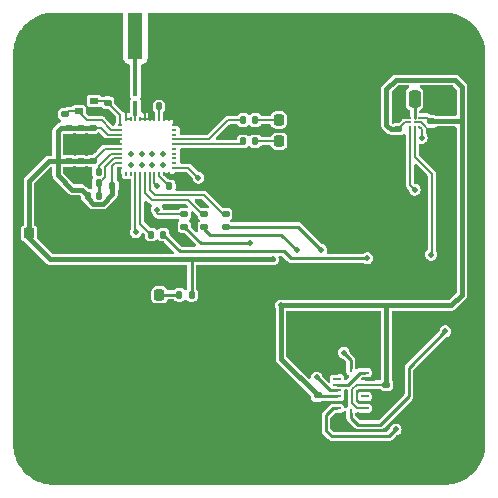
<source format=gtl>
%TF.GenerationSoftware,KiCad,Pcbnew,7.0.1*%
%TF.CreationDate,2024-02-15T14:31:57+01:00*%
%TF.ProjectId,pi4-sensorleap-v1,7069342d-7365-46e7-936f-726c6561702d,rev?*%
%TF.SameCoordinates,Original*%
%TF.FileFunction,Copper,L1,Top*%
%TF.FilePolarity,Positive*%
%FSLAX46Y46*%
G04 Gerber Fmt 4.6, Leading zero omitted, Abs format (unit mm)*
G04 Created by KiCad (PCBNEW 7.0.1) date 2024-02-15 14:31:57*
%MOMM*%
%LPD*%
G01*
G04 APERTURE LIST*
G04 Aperture macros list*
%AMRoundRect*
0 Rectangle with rounded corners*
0 $1 Rounding radius*
0 $2 $3 $4 $5 $6 $7 $8 $9 X,Y pos of 4 corners*
0 Add a 4 corners polygon primitive as box body*
4,1,4,$2,$3,$4,$5,$6,$7,$8,$9,$2,$3,0*
0 Add four circle primitives for the rounded corners*
1,1,$1+$1,$2,$3*
1,1,$1+$1,$4,$5*
1,1,$1+$1,$6,$7*
1,1,$1+$1,$8,$9*
0 Add four rect primitives between the rounded corners*
20,1,$1+$1,$2,$3,$4,$5,0*
20,1,$1+$1,$4,$5,$6,$7,0*
20,1,$1+$1,$6,$7,$8,$9,0*
20,1,$1+$1,$8,$9,$2,$3,0*%
G04 Aperture macros list end*
%TA.AperFunction,SMDPad,CuDef*%
%ADD10RoundRect,0.135000X-0.135000X-0.185000X0.135000X-0.185000X0.135000X0.185000X-0.135000X0.185000X0*%
%TD*%
%TA.AperFunction,SMDPad,CuDef*%
%ADD11RoundRect,0.135000X-0.185000X0.135000X-0.185000X-0.135000X0.185000X-0.135000X0.185000X0.135000X0*%
%TD*%
%TA.AperFunction,SMDPad,CuDef*%
%ADD12RoundRect,0.140000X0.140000X0.170000X-0.140000X0.170000X-0.140000X-0.170000X0.140000X-0.170000X0*%
%TD*%
%TA.AperFunction,SMDPad,CuDef*%
%ADD13RoundRect,0.140000X0.170000X-0.140000X0.170000X0.140000X-0.170000X0.140000X-0.170000X-0.140000X0*%
%TD*%
%TA.AperFunction,SMDPad,CuDef*%
%ADD14R,0.685800X0.584200*%
%TD*%
%TA.AperFunction,SMDPad,CuDef*%
%ADD15RoundRect,0.250000X-0.250000X-0.475000X0.250000X-0.475000X0.250000X0.475000X-0.250000X0.475000X0*%
%TD*%
%TA.AperFunction,SMDPad,CuDef*%
%ADD16RoundRect,0.147500X-0.147500X-0.172500X0.147500X-0.172500X0.147500X0.172500X-0.147500X0.172500X0*%
%TD*%
%TA.AperFunction,SMDPad,CuDef*%
%ADD17RoundRect,0.225000X0.225000X0.250000X-0.225000X0.250000X-0.225000X-0.250000X0.225000X-0.250000X0*%
%TD*%
%TA.AperFunction,SMDPad,CuDef*%
%ADD18RoundRect,0.140000X-0.170000X0.140000X-0.170000X-0.140000X0.170000X-0.140000X0.170000X0.140000X0*%
%TD*%
%TA.AperFunction,SMDPad,CuDef*%
%ADD19RoundRect,0.135000X0.135000X0.185000X-0.135000X0.185000X-0.135000X-0.185000X0.135000X-0.185000X0*%
%TD*%
%TA.AperFunction,SMDPad,CuDef*%
%ADD20RoundRect,0.218750X-0.218750X-0.256250X0.218750X-0.256250X0.218750X0.256250X-0.218750X0.256250X0*%
%TD*%
%TA.AperFunction,SMDPad,CuDef*%
%ADD21RoundRect,0.087250X-0.087250X0.192750X-0.087250X-0.192750X0.087250X-0.192750X0.087250X0.192750X0*%
%TD*%
%TA.AperFunction,SMDPad,CuDef*%
%ADD22RoundRect,0.218750X0.218750X0.256250X-0.218750X0.256250X-0.218750X-0.256250X0.218750X-0.256250X0*%
%TD*%
%TA.AperFunction,SMDPad,CuDef*%
%ADD23R,0.400000X0.200000*%
%TD*%
%TA.AperFunction,SMDPad,CuDef*%
%ADD24R,0.200000X0.400000*%
%TD*%
%TA.AperFunction,SMDPad,CuDef*%
%ADD25R,1.200000X2.300000*%
%TD*%
%TA.AperFunction,SMDPad,CuDef*%
%ADD26R,1.500000X4.000000*%
%TD*%
%TA.AperFunction,SMDPad,CuDef*%
%ADD27R,1.300000X4.000000*%
%TD*%
%TA.AperFunction,SMDPad,CuDef*%
%ADD28C,0.269000*%
%TD*%
%TA.AperFunction,SMDPad,CuDef*%
%ADD29R,2.300000X1.200000*%
%TD*%
%TA.AperFunction,SMDPad,CuDef*%
%ADD30RoundRect,0.140000X-0.140000X-0.170000X0.140000X-0.170000X0.140000X0.170000X-0.140000X0.170000X0*%
%TD*%
%TA.AperFunction,SMDPad,CuDef*%
%ADD31R,0.675000X0.250000*%
%TD*%
%TA.AperFunction,SMDPad,CuDef*%
%ADD32R,0.250000X0.675000*%
%TD*%
%TA.AperFunction,ViaPad*%
%ADD33C,0.500000*%
%TD*%
%TA.AperFunction,Conductor*%
%ADD34C,0.250000*%
%TD*%
%TA.AperFunction,Conductor*%
%ADD35C,0.200000*%
%TD*%
%TA.AperFunction,Conductor*%
%ADD36C,0.349300*%
%TD*%
%TA.AperFunction,Conductor*%
%ADD37C,0.400000*%
%TD*%
G04 APERTURE END LIST*
D10*
%TO.P,R3,1*%
%TO.N,Net-(U1-GPIO3{slash}TXLED)*%
X80490000Y-49100000D03*
%TO.P,R3,2*%
%TO.N,Net-(D2-A)*%
X81510000Y-49100000D03*
%TD*%
D11*
%TO.P,R6,1*%
%TO.N,Net-(U1-SPIMOSI)*%
X77200000Y-57100000D03*
%TO.P,R6,2*%
%TO.N,SPI_MOSI*%
X77200000Y-58120000D03*
%TD*%
D12*
%TO.P,C11,1*%
%TO.N,Net-(U1-VTX_D)*%
X68240000Y-53500000D03*
%TO.P,C11,2*%
%TO.N,GND*%
X67280000Y-53500000D03*
%TD*%
D13*
%TO.P,C1,1*%
%TO.N,DW_XT0*%
X65377499Y-48598200D03*
%TO.P,C1,2*%
%TO.N,GND*%
X65377499Y-47638200D03*
%TD*%
D14*
%TO.P,X1,1,X1*%
%TO.N,DW_XT0*%
X66562501Y-48361800D03*
%TO.P,X1,2,GND*%
%TO.N,GND*%
X67837499Y-48361800D03*
%TO.P,X1,3,X2*%
%TO.N,DW_XT1*%
X67837499Y-47498200D03*
%TO.P,X1,4,GND*%
%TO.N,GND*%
X66562501Y-47498200D03*
%TD*%
D15*
%TO.P,C21,1*%
%TO.N,Net-(U5-CRST)*%
X95000000Y-47300000D03*
%TO.P,C21,2*%
%TO.N,GND*%
X96900000Y-47300000D03*
%TD*%
D13*
%TO.P,C23,1*%
%TO.N,+3V3*%
X93600000Y-49880000D03*
%TO.P,C23,2*%
%TO.N,GND*%
X93600000Y-48920000D03*
%TD*%
D16*
%TO.P,FB1,1*%
%TO.N,+3V3*%
X67315000Y-55500000D03*
%TO.P,FB1,2*%
%TO.N,Net-(#FLG01-pwr)*%
X68285000Y-55500000D03*
%TD*%
D13*
%TO.P,C19,1*%
%TO.N,GND*%
X92600000Y-72460000D03*
%TO.P,C19,2*%
%TO.N,+3V3*%
X92600000Y-71500000D03*
%TD*%
D17*
%TO.P,C3,1*%
%TO.N,GND*%
X63900000Y-58700000D03*
%TO.P,C3,2*%
%TO.N,+3V3*%
X62350000Y-58700000D03*
%TD*%
D18*
%TO.P,C20,1*%
%TO.N,+3V3*%
X86800000Y-72420000D03*
%TO.P,C20,2*%
%TO.N,GND*%
X86800000Y-73380000D03*
%TD*%
D12*
%TO.P,C6,1*%
%TO.N,Net-(#FLG01-pwr)*%
X68240000Y-54470000D03*
%TO.P,C6,2*%
%TO.N,GND*%
X67280000Y-54470000D03*
%TD*%
D18*
%TO.P,C7,1*%
%TO.N,+3V3*%
X67734000Y-49750000D03*
%TO.P,C7,2*%
%TO.N,GND*%
X67734000Y-50710000D03*
%TD*%
D10*
%TO.P,R2,1*%
%TO.N,Net-(U1-GPIO2{slash}RXLED)*%
X80480000Y-50900000D03*
%TO.P,R2,2*%
%TO.N,Net-(D1-A)*%
X81500000Y-50900000D03*
%TD*%
D19*
%TO.P,R1,1*%
%TO.N,GND*%
X74370000Y-47954000D03*
%TO.P,R1,2*%
%TO.N,Net-(U1-RF2)*%
X73350000Y-47954000D03*
%TD*%
D18*
%TO.P,C5,1*%
%TO.N,+3V3*%
X66734000Y-49740000D03*
%TO.P,C5,2*%
%TO.N,GND*%
X66734000Y-50700000D03*
%TD*%
D11*
%TO.P,R5,1*%
%TO.N,Net-(U1-SPIMISO)*%
X79000000Y-57100000D03*
%TO.P,R5,2*%
%TO.N,SPI_MISO*%
X79000000Y-58120000D03*
%TD*%
D20*
%TO.P,D4,1,K*%
%TO.N,GND*%
X71812500Y-63900000D03*
%TO.P,D4,2,A*%
%TO.N,Net-(D4-A)*%
X73387500Y-63900000D03*
%TD*%
D21*
%TO.P,C10,1*%
%TO.N,RF1*%
X71360000Y-46820000D03*
%TO.P,C10,2*%
%TO.N,Net-(U1-RF1)*%
X71360000Y-47780000D03*
%TD*%
D10*
%TO.P,R4,1*%
%TO.N,Net-(U1-SPICLK)*%
X72700000Y-58800000D03*
%TO.P,R4,2*%
%TO.N,SPI_CLK*%
X73720000Y-58800000D03*
%TD*%
D18*
%TO.P,C2,1*%
%TO.N,+3V3*%
X65734000Y-49740000D03*
%TO.P,C2,2*%
%TO.N,GND*%
X65734000Y-50700000D03*
%TD*%
D19*
%TO.P,R9,1*%
%TO.N,+3V3*%
X76110000Y-63900000D03*
%TO.P,R9,2*%
%TO.N,Net-(D4-A)*%
X75090000Y-63900000D03*
%TD*%
D18*
%TO.P,C8,1*%
%TO.N,DW_XT1*%
X69017499Y-47638200D03*
%TO.P,C8,2*%
%TO.N,GND*%
X69017499Y-48598200D03*
%TD*%
D13*
%TO.P,C14,1*%
%TO.N,+3V3*%
X65734000Y-52560000D03*
%TO.P,C14,2*%
%TO.N,GND*%
X65734000Y-51600000D03*
%TD*%
D22*
%TO.P,D1,1,K*%
%TO.N,GND*%
X85100000Y-50900000D03*
%TO.P,D1,2,A*%
%TO.N,Net-(D1-A)*%
X83525000Y-50900000D03*
%TD*%
D12*
%TO.P,C9,1*%
%TO.N,GND*%
X75190000Y-54700000D03*
%TO.P,C9,2*%
%TO.N,Net-(U1-VIO_D)*%
X74230000Y-54700000D03*
%TD*%
D22*
%TO.P,D2,1,K*%
%TO.N,GND*%
X85087500Y-49100000D03*
%TO.P,D2,2,A*%
%TO.N,Net-(D2-A)*%
X83512500Y-49100000D03*
%TD*%
D23*
%TO.P,U1,1,IRQ*%
%TO.N,IRQ_DW*%
X74666000Y-53144000D03*
%TO.P,U1,2,GPIO6/SPIPHA*%
%TO.N,unconnected-(U1-GPIO6{slash}SPIPHA-Pad2)*%
X74666000Y-52744000D03*
%TO.P,U1,3,GPIO0/RXOKLED*%
%TO.N,unconnected-(U1-GPIO0{slash}RXOKLED-Pad3)*%
X74666000Y-52344000D03*
%TO.P,U1,4,GPIO1/SFDLED*%
%TO.N,unconnected-(U1-GPIO1{slash}SFDLED-Pad4)*%
X74666000Y-51944000D03*
%TO.P,U1,5,GPIO5/SPIPOL*%
%TO.N,unconnected-(U1-GPIO5{slash}SPIPOL-Pad5)*%
X74666000Y-51544000D03*
%TO.P,U1,6,GPIO2/RXLED*%
%TO.N,Net-(U1-GPIO2{slash}RXLED)*%
X74666000Y-51144000D03*
%TO.P,U1,7,GPIO3/TXLED*%
%TO.N,Net-(U1-GPIO3{slash}TXLED)*%
X74666000Y-50744000D03*
%TO.P,U1,8,GPIO4/EXTPA*%
%TO.N,unconnected-(U1-GPIO4{slash}EXTPA-Pad8)*%
X74666000Y-50344000D03*
%TO.P,U1,9,GPIO07/SYNC*%
%TO.N,unconnected-(U1-GPIO07{slash}SYNC-Pad9)*%
X74666000Y-49944000D03*
%TO.P,U1,10,GND*%
%TO.N,GND*%
X74666000Y-49544000D03*
D24*
%TO.P,U1,11,GND*%
X74166000Y-49044000D03*
%TO.P,U1,12,GND*%
X73766000Y-49044000D03*
%TO.P,U1,13,RF2*%
%TO.N,Net-(U1-RF2)*%
X73366000Y-49044000D03*
%TO.P,U1,14,GND*%
%TO.N,GND*%
X72966000Y-49044000D03*
%TO.P,U1,15,GND*%
X72566000Y-49044000D03*
%TO.P,U1,16,GND*%
X72166000Y-49044000D03*
%TO.P,U1,17,GND*%
X71766000Y-49044000D03*
%TO.P,U1,18,RF1*%
%TO.N,Net-(U1-RF1)*%
X71366000Y-49044000D03*
%TO.P,U1,19,GND*%
%TO.N,GND*%
X70966000Y-49044000D03*
%TO.P,U1,20,GND*%
X70566000Y-49044000D03*
D23*
%TO.P,U1,21,XTI*%
%TO.N,DW_XT1*%
X70066000Y-49544000D03*
%TO.P,U1,22,XTO*%
%TO.N,DW_XT0*%
X70066000Y-49944000D03*
%TO.P,U1,23,VDD2b*%
%TO.N,+3V3*%
X70066000Y-50344000D03*
%TO.P,U1,24,VSS2*%
%TO.N,GND*%
X70066000Y-50744000D03*
%TO.P,U1,25,VSS3*%
X70066000Y-51144000D03*
%TO.P,U1,26,VDD3*%
%TO.N,+3V3*%
X70066000Y-51544000D03*
%TO.P,U1,27,VTX_D*%
%TO.N,Net-(U1-VTX_D)*%
X70066000Y-51944000D03*
%TO.P,U1,28,VDD2a*%
%TO.N,Net-(#FLG01-pwr)*%
X70066000Y-52344000D03*
%TO.P,U1,29,VDD1*%
%TO.N,+3V3*%
X70066000Y-52744000D03*
%TO.P,U1,30,VSS1*%
%TO.N,GND*%
X70066000Y-53144000D03*
D24*
%TO.P,U1,31,EXTON*%
%TO.N,unconnected-(U1-EXTON-Pad31)*%
X70566000Y-53644000D03*
%TO.P,U1,32,WAKEUP*%
%TO.N,unconnected-(U1-WAKEUP-Pad32)*%
X70966000Y-53644000D03*
%TO.P,U1,33,RSTn*%
%TO.N,RST_DW*%
X71366000Y-53644000D03*
%TO.P,U1,34,SPICLK*%
%TO.N,Net-(U1-SPICLK)*%
X71766000Y-53644000D03*
%TO.P,U1,35,SPIMOSI*%
%TO.N,Net-(U1-SPIMOSI)*%
X72166000Y-53644000D03*
%TO.P,U1,36,SPIMISO*%
%TO.N,Net-(U1-SPIMISO)*%
X72566000Y-53644000D03*
%TO.P,U1,37,SPICSn*%
%TO.N,Net-(U1-SPICSn)*%
X72966000Y-53644000D03*
%TO.P,U1,38,VIO_D*%
%TO.N,Net-(U1-VIO_D)*%
X73366000Y-53644000D03*
%TO.P,U1,39,VSS*%
%TO.N,GND*%
X73766000Y-53644000D03*
%TO.P,U1,40,VSS*%
X74166000Y-53644000D03*
%TD*%
D25*
%TO.P,MP3,1,1*%
%TO.N,GND*%
X78400000Y-54430000D03*
%TD*%
%TO.P,MP2,1,1*%
%TO.N,GND*%
X63400000Y-48230000D03*
%TD*%
D26*
%TO.P,J1,1,1*%
%TO.N,GND*%
X68600000Y-42000000D03*
D27*
%TO.P,J1,2,2*%
%TO.N,RF1*%
X71360000Y-42000000D03*
D26*
%TO.P,J1,3,3*%
%TO.N,GND*%
X74200000Y-42000000D03*
%TD*%
D28*
%TO.P,U5,A1,INT*%
%TO.N,IRQ_MM350*%
X95400000Y-49700000D03*
%TO.P,U5,A2,SDA*%
%TO.N,SDA*%
X95000000Y-49700000D03*
%TO.P,U5,A3,SCK*%
%TO.N,SCL*%
X94600000Y-49700000D03*
%TO.P,U5,B1,GND*%
%TO.N,GND*%
X95400000Y-49300000D03*
%TO.P,U5,B2,ADSEL*%
X95000000Y-49300000D03*
%TO.P,U5,B3,VDDIO*%
%TO.N,+3V3*%
X94600000Y-49300000D03*
%TO.P,U5,C1,VDD*%
X95400000Y-48900000D03*
%TO.P,U5,C2,CRST*%
%TO.N,Net-(U5-CRST)*%
X95000000Y-48900000D03*
%TO.P,U5,C3,BYPASS*%
%TO.N,GND*%
X94600000Y-48900000D03*
%TD*%
D29*
%TO.P,MP4,1,1*%
%TO.N,GND*%
X65300000Y-56330000D03*
%TD*%
D30*
%TO.P,C4,1*%
%TO.N,+3V3*%
X69420000Y-54700000D03*
%TO.P,C4,2*%
%TO.N,GND*%
X70380000Y-54700000D03*
%TD*%
D13*
%TO.P,C12,1*%
%TO.N,+3V3*%
X67734000Y-52560000D03*
%TO.P,C12,2*%
%TO.N,GND*%
X67734000Y-51600000D03*
%TD*%
%TO.P,C13,1*%
%TO.N,+3V3*%
X66734000Y-52560000D03*
%TO.P,C13,2*%
%TO.N,GND*%
X66734000Y-51600000D03*
%TD*%
D29*
%TO.P,MP1,1,1*%
%TO.N,GND*%
X76500000Y-46330000D03*
%TD*%
D11*
%TO.P,R7,1*%
%TO.N,Net-(U1-SPICSn)*%
X75500000Y-57100000D03*
%TO.P,R7,2*%
%TO.N,SPI_CE0*%
X75500000Y-58120000D03*
%TD*%
D31*
%TO.P,U4,1,INT2*%
%TO.N,Net-(U4-INT2)*%
X90765000Y-70500000D03*
%TO.P,U4,2,NC*%
%TO.N,GND*%
X90765000Y-71000000D03*
%TO.P,U4,3,VDD*%
%TO.N,+3V3*%
X90765000Y-71500000D03*
%TO.P,U4,4,GNDA*%
%TO.N,GND*%
X90765000Y-72000000D03*
%TO.P,U4,5,CSB2*%
%TO.N,unconnected-(U4-CSB2-Pad5)*%
X90765000Y-72500000D03*
%TO.P,U4,6,GNDIO*%
%TO.N,GND*%
X90765000Y-73000000D03*
%TO.P,U4,7,PS*%
%TO.N,+3V3*%
X90765000Y-73500000D03*
D32*
%TO.P,U4,8,SCL/SCK*%
%TO.N,SCL*%
X89600000Y-73915000D03*
D31*
%TO.P,U4,9,SDA/SDI*%
%TO.N,SDA*%
X88435000Y-73500000D03*
%TO.P,U4,10,SDO2*%
%TO.N,GND*%
X88435000Y-73000000D03*
%TO.P,U4,11,VDDIO*%
%TO.N,+3V3*%
X88435000Y-72500000D03*
%TO.P,U4,12,INT3*%
%TO.N,IRQ_GYRO*%
X88435000Y-72000000D03*
%TO.P,U4,13,INT4*%
%TO.N,Net-(U4-INT2)*%
X88435000Y-71500000D03*
%TO.P,U4,14,CSB1*%
%TO.N,unconnected-(U4-CSB1-Pad14)*%
X88435000Y-71000000D03*
%TO.P,U4,15,SDO1*%
%TO.N,GND*%
X88435000Y-70500000D03*
D32*
%TO.P,U4,16,INT1*%
%TO.N,IRQ_ACCEL*%
X89600000Y-70085000D03*
%TD*%
D18*
%TO.P,C22,1*%
%TO.N,+3V3*%
X96400000Y-49220000D03*
%TO.P,C22,2*%
%TO.N,GND*%
X96400000Y-50180000D03*
%TD*%
D33*
%TO.N,IRQ_GYRO*%
X86698000Y-70896000D03*
%TO.N,IRQ_ACCEL*%
X88998000Y-68800000D03*
%TO.N,SPI_MOSI*%
X85000000Y-60100000D03*
%TO.N,SPI_MISO*%
X87100000Y-60100000D03*
%TO.N,SPI_CE0*%
X81100000Y-59500000D03*
%TO.N,SPI_CLK*%
X91000000Y-60800000D03*
%TO.N,SCL*%
X97600000Y-67000000D03*
X95000000Y-55000000D03*
%TO.N,SDA*%
X96400000Y-60500000D03*
X93400000Y-75300000D03*
%TO.N,IRQ_DW*%
X76700000Y-54000000D03*
%TO.N,Net-(U1-SPICSn)*%
X73190000Y-54700000D03*
X73200000Y-56700000D03*
%TO.N,GND*%
X98000000Y-74000000D03*
X74500000Y-42100000D03*
X100000000Y-58000000D03*
X96000000Y-42000000D03*
X72090000Y-47100000D03*
X98000000Y-75700000D03*
X70630000Y-44700000D03*
X71890000Y-52000000D03*
X97600000Y-61700000D03*
X72090000Y-44700000D03*
X95000000Y-60000000D03*
X100000000Y-68000000D03*
X73900000Y-40300000D03*
X68300000Y-43900000D03*
X74500000Y-40300000D03*
X81990000Y-46000000D03*
X67240000Y-51170000D03*
X80000000Y-54000000D03*
X73690000Y-52000000D03*
X69500000Y-43900000D03*
X74500000Y-41500000D03*
X84000000Y-46000000D03*
X72090000Y-45300000D03*
X71890000Y-52900000D03*
X100000000Y-62000000D03*
X72700000Y-46200000D03*
X90000000Y-66000000D03*
X70630000Y-47700000D03*
X68300000Y-42700000D03*
X89000000Y-60000000D03*
X80000000Y-56000000D03*
X70050000Y-46800000D03*
X100000000Y-60000000D03*
X72700000Y-57400000D03*
X75040000Y-47950000D03*
X65990000Y-60000000D03*
X73300000Y-42100000D03*
X98000000Y-52000000D03*
X98000000Y-44000000D03*
X68300000Y-40300000D03*
X88000000Y-66000000D03*
X62000000Y-62000000D03*
X93700000Y-71500000D03*
X67700000Y-40300000D03*
X69500000Y-40900000D03*
X93600000Y-48100000D03*
X74500000Y-40900000D03*
X86000000Y-68000000D03*
X73300000Y-42700000D03*
X67700000Y-43300000D03*
X70050000Y-47400000D03*
X68900000Y-41500000D03*
X66490000Y-53900000D03*
X68900000Y-40900000D03*
X70050000Y-46200000D03*
X70000000Y-60000000D03*
X66000000Y-62000000D03*
X86200000Y-55500000D03*
X74500000Y-56500000D03*
X65990000Y-58000000D03*
X73990000Y-46000000D03*
X95500000Y-53700000D03*
X68900000Y-43900000D03*
X68900000Y-42100000D03*
X70630000Y-45900000D03*
X63990000Y-54000000D03*
X73900000Y-42700000D03*
X69500000Y-43300000D03*
X68900000Y-43300000D03*
X100000000Y-50000000D03*
X74000000Y-62000000D03*
X100000000Y-70000000D03*
X72090000Y-48300000D03*
X90600000Y-55500000D03*
X77000000Y-56200000D03*
X70060000Y-44400000D03*
X88000000Y-46000000D03*
X75100000Y-42700000D03*
X90000000Y-48000000D03*
X86000000Y-54000000D03*
X72090000Y-46500000D03*
X70000000Y-62000000D03*
X62000000Y-46000000D03*
X77990000Y-48000000D03*
X67700000Y-42100000D03*
X75100000Y-43300000D03*
X81990000Y-42000000D03*
X73300000Y-40900000D03*
X98000000Y-54000000D03*
X75100000Y-43900000D03*
X94000000Y-42000000D03*
X100000000Y-54000000D03*
X69500000Y-40300000D03*
X100000000Y-66000000D03*
X68900000Y-40300000D03*
X66000000Y-46000000D03*
X98000000Y-56000000D03*
X69900000Y-56400000D03*
X72090000Y-47700000D03*
X70630000Y-46500000D03*
X85100000Y-52100000D03*
X72700000Y-47400000D03*
X96000000Y-75700000D03*
X90000000Y-68000000D03*
X74500000Y-42700000D03*
X69500000Y-42700000D03*
X73900000Y-42100000D03*
X70520000Y-48290000D03*
X94000000Y-44000000D03*
X73300000Y-41500000D03*
X92000000Y-52000000D03*
X88000000Y-54000000D03*
X98000000Y-58000000D03*
X73300000Y-40300000D03*
X90000000Y-44000000D03*
X72700000Y-45000000D03*
X93700000Y-69900000D03*
X68300000Y-42100000D03*
X100000000Y-56000000D03*
X81990000Y-44000000D03*
X90998000Y-68996000D03*
X72090000Y-45900000D03*
X64000000Y-46000000D03*
X73300000Y-43300000D03*
X70000000Y-58000000D03*
X75100000Y-41500000D03*
X100000000Y-52000000D03*
X70630000Y-45300000D03*
X70990000Y-52900000D03*
X86600000Y-74550000D03*
X90000000Y-52000000D03*
X86000000Y-66000000D03*
X76000000Y-52000000D03*
X84000000Y-72000000D03*
X88000000Y-44000000D03*
X79990000Y-42000000D03*
X70630000Y-47100000D03*
X73300000Y-43900000D03*
X86698000Y-69596000D03*
X66240000Y-51170000D03*
X68900000Y-42700000D03*
X86000000Y-46000000D03*
X72000000Y-62000000D03*
X77990000Y-44000000D03*
X72790000Y-52900000D03*
X97500000Y-63900000D03*
X84000000Y-44000000D03*
X73900000Y-40900000D03*
X70990000Y-52000000D03*
X76300000Y-57600000D03*
X84000000Y-54000000D03*
X90000000Y-46000000D03*
X62000000Y-48000000D03*
X80000000Y-66000000D03*
X67700000Y-43900000D03*
X72700000Y-46800000D03*
X90000000Y-50000000D03*
X86000000Y-44000000D03*
X94000000Y-66000000D03*
X64000000Y-62000000D03*
X100000000Y-74000000D03*
X67700000Y-42700000D03*
X67700000Y-41500000D03*
X100000000Y-48000000D03*
X85100000Y-47900000D03*
X88000000Y-42000000D03*
X98000000Y-42000000D03*
X79990000Y-46000000D03*
X98000000Y-68000000D03*
X73900000Y-41500000D03*
X98000000Y-50000000D03*
X69500000Y-42100000D03*
X73900000Y-43900000D03*
X74500000Y-43900000D03*
X75900000Y-54700000D03*
X62000000Y-50000000D03*
X62000000Y-52000000D03*
X67990000Y-58000000D03*
X73690000Y-52900000D03*
X92000000Y-42000000D03*
X70060000Y-45600000D03*
X67990000Y-60000000D03*
X75100000Y-42100000D03*
X67700000Y-40900000D03*
X90000000Y-42000000D03*
X75990000Y-48000000D03*
X68000000Y-62000000D03*
X72710000Y-45600000D03*
X77990000Y-42000000D03*
X70050000Y-45000000D03*
X74500000Y-43300000D03*
X92000000Y-54000000D03*
X68300000Y-40900000D03*
X92000000Y-44000000D03*
X98000000Y-47300000D03*
X68300000Y-43300000D03*
X100000000Y-64000000D03*
X96000000Y-44000000D03*
X72710000Y-44400000D03*
X75100000Y-40900000D03*
X63500000Y-57000000D03*
X100000000Y-72000000D03*
X88000000Y-68000000D03*
X89000000Y-75000000D03*
X76000000Y-50000000D03*
X69500000Y-41500000D03*
X84000000Y-42000000D03*
X68000000Y-46000000D03*
X82000000Y-54000000D03*
X72790000Y-52000000D03*
X79990000Y-44000000D03*
X97500000Y-60000000D03*
X63890000Y-51400000D03*
X86000000Y-42000000D03*
X72000000Y-60000000D03*
X73900000Y-43300000D03*
X75100000Y-40300000D03*
X96400000Y-51000000D03*
X68300000Y-41500000D03*
X94000000Y-68000000D03*
%TO.N,+3V3*%
X83000000Y-60900000D03*
X83700000Y-64800000D03*
%TO.N,RST_DW*%
X71400000Y-58600000D03*
%TO.N,IRQ_MM350*%
X95600000Y-50600000D03*
%TD*%
D34*
%TO.N,IRQ_GYRO*%
X87798000Y-71996000D02*
X86698000Y-70896000D01*
X88398000Y-71996000D02*
X87798000Y-71996000D01*
%TO.N,IRQ_ACCEL*%
X89600000Y-70085000D02*
X89600000Y-69402000D01*
X89600000Y-69402000D02*
X88998000Y-68800000D01*
%TO.N,SPI_MOSI*%
X77200000Y-58320000D02*
X77680000Y-58800000D01*
X83700000Y-58800000D02*
X77680000Y-58800000D01*
X77200000Y-58120000D02*
X77200000Y-58320000D01*
X85000000Y-60100000D02*
X83700000Y-58800000D01*
%TO.N,SPI_MISO*%
X87100000Y-60100000D02*
X85120000Y-58120000D01*
X85120000Y-58120000D02*
X79000000Y-58120000D01*
%TO.N,SPI_CE0*%
X81100000Y-59500000D02*
X76880000Y-59500000D01*
X76880000Y-59500000D02*
X75500000Y-58120000D01*
%TO.N,SPI_CLK*%
X75120000Y-60200000D02*
X73720000Y-58800000D01*
X91000000Y-60800000D02*
X84500000Y-60800000D01*
X84500000Y-60800000D02*
X83900000Y-60200000D01*
X83900000Y-60200000D02*
X75120000Y-60200000D01*
%TO.N,Net-(U5-CRST)*%
X95000000Y-48900000D02*
X95000000Y-47300000D01*
D35*
%TO.N,Net-(#FLG01-pwr)*%
X68810000Y-53120000D02*
X68810000Y-53950000D01*
X70066000Y-52344000D02*
X69586000Y-52344000D01*
D34*
X68240000Y-54470000D02*
X68240000Y-55335000D01*
X68240000Y-55335000D02*
X68175000Y-55400000D01*
D35*
X69586000Y-52344000D02*
X68810000Y-53120000D01*
X68240000Y-54520000D02*
X68810000Y-53950000D01*
D34*
%TO.N,SCL*%
X94525000Y-70075000D02*
X97600000Y-67000000D01*
X89600000Y-74300000D02*
X89600000Y-73915000D01*
D35*
X94600000Y-49700000D02*
X94600000Y-54600000D01*
X94600000Y-54600000D02*
X95000000Y-55000000D01*
D34*
X90200000Y-74900000D02*
X89600000Y-74300000D01*
X94525000Y-72469000D02*
X94525000Y-70075000D01*
X92098000Y-74896000D02*
X90204000Y-74896000D01*
X90204000Y-74896000D02*
X90200000Y-74900000D01*
X94525000Y-72469000D02*
X92098000Y-74896000D01*
D35*
%TO.N,SDA*%
X96450000Y-60450000D02*
X96450000Y-53650000D01*
D34*
X87998000Y-75896000D02*
X92804000Y-75896000D01*
X87498000Y-74102000D02*
X88100000Y-73500000D01*
X87498000Y-75396000D02*
X87498000Y-74102000D01*
D35*
X95000000Y-52200000D02*
X95000000Y-49700000D01*
X96400000Y-60500000D02*
X96450000Y-60450000D01*
D34*
X88100000Y-73500000D02*
X88435000Y-73500000D01*
D35*
X96450000Y-53650000D02*
X95000000Y-52200000D01*
D34*
X92804000Y-75896000D02*
X93400000Y-75300000D01*
X87998000Y-75896000D02*
X87498000Y-75396000D01*
D35*
%TO.N,DW_XT0*%
X67300000Y-49130000D02*
X66562501Y-48392501D01*
X66562501Y-48392501D02*
X66562501Y-48361800D01*
X65613899Y-48361800D02*
X65377499Y-48598200D01*
X66562501Y-48361800D02*
X65613899Y-48361800D01*
X68500000Y-49130000D02*
X67300000Y-49130000D01*
X69314000Y-49944000D02*
X70066000Y-49944000D01*
X69314000Y-49944000D02*
X68500000Y-49130000D01*
%TO.N,DW_XT1*%
X67837499Y-47498200D02*
X68877499Y-47498200D01*
X70066000Y-49544000D02*
X70066000Y-48686701D01*
X68877499Y-47498200D02*
X69017499Y-47638200D01*
X70066000Y-48686701D02*
X69017499Y-47638200D01*
%TO.N,Net-(U1-VIO_D)*%
X73366000Y-53836000D02*
X74230000Y-54700000D01*
X73366000Y-53644000D02*
X73366000Y-53836000D01*
D36*
%TO.N,Net-(U1-RF1)*%
X71360000Y-47780000D02*
X71360000Y-48658000D01*
D35*
X71366000Y-49044000D02*
X71366000Y-48664000D01*
D36*
X71360000Y-48658000D02*
X71366000Y-48664000D01*
D35*
%TO.N,Net-(U1-VTX_D)*%
X68240000Y-52970000D02*
X69266000Y-51944000D01*
X69266000Y-51944000D02*
X70066000Y-51944000D01*
X68240000Y-53500000D02*
X68240000Y-52970000D01*
%TO.N,Net-(U1-RF2)*%
X73366000Y-48024000D02*
X73296000Y-47954000D01*
X73366000Y-49044000D02*
X73366000Y-48024000D01*
%TO.N,IRQ_DW*%
X75844000Y-53144000D02*
X74666000Y-53144000D01*
X76700000Y-54000000D02*
X75844000Y-53144000D01*
%TO.N,Net-(U1-SPICLK)*%
X71766000Y-57866000D02*
X72700000Y-58800000D01*
X71766000Y-53644000D02*
X71766000Y-57866000D01*
%TO.N,Net-(U1-SPIMISO)*%
X77150000Y-55450000D02*
X78800000Y-57100000D01*
X72992000Y-55450000D02*
X77150000Y-55450000D01*
X72566000Y-53644000D02*
X72566000Y-55024000D01*
X72566000Y-55024000D02*
X72992000Y-55450000D01*
X78800000Y-57100000D02*
X79000000Y-57100000D01*
%TO.N,Net-(U1-SPIMOSI)*%
X75800000Y-55900000D02*
X77000000Y-57100000D01*
X77000000Y-57100000D02*
X77200000Y-57100000D01*
X72166000Y-55284000D02*
X72782000Y-55900000D01*
X72166000Y-53644000D02*
X72166000Y-55284000D01*
X72782000Y-55900000D02*
X75800000Y-55900000D01*
%TO.N,Net-(U1-SPICSn)*%
X72966000Y-54476000D02*
X73190000Y-54700000D01*
X73200000Y-57000000D02*
X73300000Y-57100000D01*
X73200000Y-57000000D02*
X73200000Y-56700000D01*
X72966000Y-53644000D02*
X72966000Y-54476000D01*
X73300000Y-57100000D02*
X75500000Y-57100000D01*
%TO.N,Net-(U1-GPIO2{slash}RXLED)*%
X74666000Y-51144000D02*
X80236000Y-51144000D01*
X80236000Y-51144000D02*
X80480000Y-50900000D01*
%TO.N,Net-(U1-GPIO3{slash}TXLED)*%
X79200000Y-49100000D02*
X80490000Y-49100000D01*
X74666000Y-50744000D02*
X77556000Y-50744000D01*
X77556000Y-50744000D02*
X79200000Y-49100000D01*
%TO.N,GND*%
X67274000Y-51170000D02*
X67734000Y-50710000D01*
X70966000Y-49044000D02*
X70566000Y-49044000D01*
X67240000Y-51170000D02*
X67304000Y-51170000D01*
X67164000Y-51170000D02*
X66734000Y-51600000D01*
X90090500Y-72071000D02*
X90090500Y-72921000D01*
X66264000Y-51170000D02*
X66734000Y-50700000D01*
X85087500Y-47912500D02*
X85100000Y-47900000D01*
X67240000Y-51170000D02*
X67204000Y-51170000D01*
D34*
X91500000Y-71000000D02*
X91900000Y-70600000D01*
D35*
X90169500Y-73000000D02*
X90765000Y-73000000D01*
X94600000Y-48900000D02*
X93620000Y-48900000D01*
X66240000Y-51170000D02*
X66164000Y-51170000D01*
X91494000Y-73000000D02*
X92038000Y-72456000D01*
X74666000Y-49166000D02*
X74544000Y-49044000D01*
X66164000Y-51170000D02*
X65734000Y-51600000D01*
D34*
X91096000Y-68996000D02*
X90998000Y-68996000D01*
D35*
X72166000Y-48376000D02*
X72090000Y-48300000D01*
X68190000Y-51144000D02*
X70066000Y-51144000D01*
X85087500Y-49100000D02*
X85087500Y-47912500D01*
X74166000Y-53644000D02*
X74166000Y-53676000D01*
X70066000Y-50744000D02*
X67768000Y-50744000D01*
X66734000Y-50700000D02*
X65734000Y-50700000D01*
X67280000Y-54470000D02*
X67060000Y-54470000D01*
X95000000Y-49300000D02*
X95400000Y-49300000D01*
X90765000Y-73000000D02*
X91494000Y-73000000D01*
X90169500Y-72000000D02*
X90765000Y-72000000D01*
X67734000Y-51600000D02*
X68190000Y-51144000D01*
X67304000Y-51170000D02*
X67734000Y-51600000D01*
X74316000Y-47954000D02*
X75036000Y-47954000D01*
X67734000Y-50710000D02*
X66744000Y-50710000D01*
X74166000Y-49044000D02*
X74166000Y-48104000D01*
X69017499Y-48598200D02*
X68073899Y-48598200D01*
X72166000Y-49044000D02*
X72166000Y-48376000D01*
X67240000Y-51170000D02*
X67164000Y-51170000D01*
X90765000Y-72000000D02*
X91582000Y-72000000D01*
X90090500Y-72921000D02*
X90169500Y-73000000D01*
X74166000Y-48104000D02*
X74316000Y-47954000D01*
X72166000Y-49044000D02*
X72566000Y-49044000D01*
X67204000Y-51170000D02*
X66734000Y-50700000D01*
X74666000Y-49544000D02*
X75990000Y-48220000D01*
X67837499Y-48361800D02*
X67597501Y-48361800D01*
X93600000Y-48920000D02*
X93600000Y-48100000D01*
D34*
X91900000Y-70600000D02*
X91900000Y-69800000D01*
X92598000Y-72456000D02*
X92038000Y-72456000D01*
X87602000Y-70500000D02*
X86698000Y-69596000D01*
D35*
X75990000Y-48220000D02*
X75990000Y-48000000D01*
X85100000Y-50900000D02*
X85100000Y-52100000D01*
X90165500Y-71996000D02*
X90090500Y-72071000D01*
X66562501Y-47498200D02*
X65517499Y-47498200D01*
X67240000Y-51170000D02*
X67274000Y-51170000D01*
X95400000Y-49300000D02*
X95520000Y-49300000D01*
X67597501Y-48361800D02*
X66733901Y-47498200D01*
X90165500Y-71996000D02*
X90169500Y-72000000D01*
X67768000Y-50744000D02*
X67734000Y-50710000D01*
X67060000Y-54470000D02*
X66490000Y-53900000D01*
D36*
X96900000Y-47300000D02*
X98000000Y-47300000D01*
D35*
X66744000Y-51650000D02*
X66734000Y-51640000D01*
X72566000Y-49044000D02*
X72966000Y-49044000D01*
X66240000Y-51170000D02*
X66204000Y-51170000D01*
X75036000Y-47954000D02*
X75040000Y-47950000D01*
X67280000Y-53500000D02*
X66890000Y-53500000D01*
X91582000Y-72000000D02*
X92038000Y-72456000D01*
X66733901Y-47498200D02*
X66562501Y-47498200D01*
X68073899Y-48598200D02*
X67837499Y-48361800D01*
X96400000Y-50180000D02*
X96400000Y-51000000D01*
X66744000Y-50710000D02*
X66734000Y-50700000D01*
X70066000Y-54386000D02*
X70380000Y-54700000D01*
D34*
X88435000Y-73000000D02*
X87180000Y-73000000D01*
D35*
X95520000Y-49300000D02*
X96400000Y-50180000D01*
X66304000Y-51170000D02*
X66734000Y-51600000D01*
D34*
X88435000Y-70500000D02*
X87602000Y-70500000D01*
D35*
X74166000Y-53676000D02*
X75190000Y-54700000D01*
X93620000Y-48900000D02*
X93600000Y-48920000D01*
D34*
X87180000Y-73000000D02*
X86800000Y-73380000D01*
D35*
X70566000Y-48336000D02*
X70520000Y-48290000D01*
X71766000Y-49044000D02*
X72166000Y-49044000D01*
X65517499Y-47498200D02*
X65377499Y-47638200D01*
X67760000Y-50684000D02*
X67734000Y-50710000D01*
X70066000Y-53144000D02*
X70066000Y-54386000D01*
D34*
X90765000Y-71000000D02*
X91500000Y-71000000D01*
D35*
X66240000Y-51170000D02*
X66304000Y-51170000D01*
X70566000Y-49044000D02*
X70566000Y-48336000D01*
X74544000Y-49044000D02*
X74166000Y-49044000D01*
X66890000Y-53500000D02*
X66490000Y-53900000D01*
X74666000Y-49544000D02*
X74666000Y-49166000D01*
X65734000Y-51640000D02*
X65770000Y-51640000D01*
X74166000Y-53644000D02*
X73766000Y-53644000D01*
X66204000Y-51170000D02*
X65734000Y-50700000D01*
D34*
X91900000Y-69800000D02*
X91096000Y-68996000D01*
D35*
X66240000Y-51170000D02*
X66264000Y-51170000D01*
X74166000Y-49044000D02*
X73766000Y-49044000D01*
%TO.N,+3V3*%
X94600000Y-49300000D02*
X94180000Y-49300000D01*
D37*
X83690000Y-66890000D02*
X83680000Y-66900000D01*
X96400000Y-49220000D02*
X96420000Y-49200000D01*
X66000000Y-55000000D02*
X66815000Y-55000000D01*
D35*
X69420000Y-52990000D02*
X69420000Y-54700000D01*
D37*
X66815000Y-55000000D02*
X67315000Y-55500000D01*
X67724000Y-49740000D02*
X67734000Y-49750000D01*
X62350000Y-54240000D02*
X64030000Y-52560000D01*
X66734000Y-49740000D02*
X67724000Y-49740000D01*
X76100000Y-60900000D02*
X83000000Y-60900000D01*
D35*
X69004000Y-50344000D02*
X68410000Y-49750000D01*
X68410000Y-49750000D02*
X67734000Y-49750000D01*
X89690500Y-71905314D02*
X89690500Y-73088500D01*
D37*
X64790000Y-50040000D02*
X65090000Y-49740000D01*
D35*
X90102000Y-73500000D02*
X90765000Y-73500000D01*
D37*
X99000000Y-46300000D02*
X98400000Y-45700000D01*
D35*
X90099814Y-71496000D02*
X89690500Y-71905314D01*
X96080000Y-48900000D02*
X96400000Y-49220000D01*
D37*
X67315000Y-55715000D02*
X67800000Y-56200000D01*
D35*
X70066000Y-51544000D02*
X68750000Y-51544000D01*
D37*
X99000000Y-49100000D02*
X99000000Y-46300000D01*
X93400000Y-45700000D02*
X92600000Y-46500000D01*
D35*
X89690500Y-73088500D02*
X90102000Y-73500000D01*
D37*
X98900000Y-49200000D02*
X99000000Y-49100000D01*
X64030000Y-52560000D02*
X65734000Y-52560000D01*
X64790000Y-53790000D02*
X64790000Y-50040000D01*
X99000000Y-63900000D02*
X99000000Y-49100000D01*
X62350000Y-58700000D02*
X62350000Y-54240000D01*
X92980000Y-49880000D02*
X93600000Y-49880000D01*
D35*
X95400000Y-48900000D02*
X96080000Y-48900000D01*
D37*
X67315000Y-55500000D02*
X67315000Y-55715000D01*
X83680000Y-66900000D02*
X83680000Y-64800000D01*
X69420000Y-55380000D02*
X69420000Y-54700000D01*
X65734000Y-49740000D02*
X66734000Y-49740000D01*
X66000000Y-55000000D02*
X64790000Y-53790000D01*
X92500000Y-64800000D02*
X98100000Y-64800000D01*
D34*
X86878000Y-72496000D02*
X86798000Y-72416000D01*
D37*
X64122182Y-60900000D02*
X76100000Y-60900000D01*
X92600000Y-46500000D02*
X92600000Y-49500000D01*
X83700000Y-64800000D02*
X92500000Y-64800000D01*
D34*
X88435000Y-72500000D02*
X86880000Y-72500000D01*
D35*
X68750000Y-51544000D02*
X67734000Y-52560000D01*
X94180000Y-49300000D02*
X93600000Y-49880000D01*
D34*
X76110000Y-63900000D02*
X76110000Y-60910000D01*
D35*
X70066000Y-52744000D02*
X69666000Y-52744000D01*
D37*
X65734000Y-52560000D02*
X66734000Y-52560000D01*
D35*
X90765000Y-71500000D02*
X90103814Y-71500000D01*
D37*
X64122182Y-60900000D02*
X62350000Y-59127818D01*
D35*
X70066000Y-50344000D02*
X69004000Y-50344000D01*
D37*
X83680000Y-69300000D02*
X86800000Y-72420000D01*
D35*
X86876000Y-72496000D02*
X86800000Y-72420000D01*
D37*
X98400000Y-45700000D02*
X93400000Y-45700000D01*
X62350000Y-59127818D02*
X62350000Y-58700000D01*
X67800000Y-56200000D02*
X68600000Y-56200000D01*
D35*
X90765000Y-71500000D02*
X92600000Y-71500000D01*
D37*
X65090000Y-49740000D02*
X65734000Y-49740000D01*
X92598000Y-71496000D02*
X92598000Y-64898000D01*
D34*
X76110000Y-60910000D02*
X76100000Y-60900000D01*
D37*
X68600000Y-56200000D02*
X69420000Y-55380000D01*
X98100000Y-64800000D02*
X99000000Y-63900000D01*
X92598000Y-64898000D02*
X92500000Y-64800000D01*
X66734000Y-52560000D02*
X67734000Y-52560000D01*
D34*
X86880000Y-72500000D02*
X86800000Y-72420000D01*
D37*
X92600000Y-49500000D02*
X92980000Y-49880000D01*
D35*
X90103814Y-71500000D02*
X90099814Y-71496000D01*
D37*
X96420000Y-49200000D02*
X98900000Y-49200000D01*
X83680000Y-66900000D02*
X83680000Y-69300000D01*
D35*
X69666000Y-52744000D02*
X69420000Y-52990000D01*
D36*
%TO.N,RF1*%
X71360000Y-46820000D02*
X71360000Y-42595000D01*
D35*
%TO.N,Net-(D1-A)*%
X83525000Y-50900000D02*
X81500000Y-50900000D01*
%TO.N,Net-(D2-A)*%
X83512500Y-49100000D02*
X81510000Y-49100000D01*
%TO.N,RST_DW*%
X71366000Y-53644000D02*
X71366000Y-58566000D01*
X71366000Y-58566000D02*
X71400000Y-58600000D01*
D34*
%TO.N,Net-(U4-INT2)*%
X89352500Y-71500000D02*
X90352500Y-70500000D01*
X90352500Y-70500000D02*
X90765000Y-70500000D01*
X88435000Y-71500000D02*
X89352500Y-71500000D01*
%TO.N,Net-(D4-A)*%
X75090000Y-63900000D02*
X73387500Y-63900000D01*
D35*
%TO.N,IRQ_MM350*%
X95600000Y-50600000D02*
X95600000Y-49900000D01*
X95600000Y-49900000D02*
X95400000Y-49700000D01*
%TD*%
%TA.AperFunction,Conductor*%
%TO.N,GND*%
G36*
X72400000Y-48546460D02*
G01*
X72394681Y-48547077D01*
X72337309Y-48547076D01*
X72310791Y-48544000D01*
X72084151Y-48544001D01*
X72007206Y-48531814D01*
X71937792Y-48496447D01*
X71882705Y-48441360D01*
X71847337Y-48371946D01*
X71835150Y-48295001D01*
X71835150Y-47729230D01*
X71834999Y-47727123D01*
X71834999Y-47556735D01*
X71820619Y-47465934D01*
X71793670Y-47413044D01*
X71769596Y-47338951D01*
X71769596Y-47261046D01*
X71793668Y-47186956D01*
X71820619Y-47134065D01*
X71835000Y-47043265D01*
X71834999Y-46872907D01*
X71835150Y-46870808D01*
X71835150Y-44547772D01*
X71851450Y-44459163D01*
X71898215Y-44382155D01*
X71969322Y-44326829D01*
X72055464Y-44300430D01*
X72073004Y-44298395D01*
X72079991Y-44297585D01*
X72182765Y-44252206D01*
X72262206Y-44172765D01*
X72307585Y-44069991D01*
X72307778Y-44068322D01*
X72330956Y-43988613D01*
X72379050Y-43920948D01*
X72399998Y-43900000D01*
X72400000Y-43900000D01*
X72400000Y-48546460D01*
G37*
%TD.AperFunction*%
%TA.AperFunction,Conductor*%
G36*
X70343574Y-43943573D02*
G01*
X70391668Y-44011239D01*
X70401684Y-44045689D01*
X70457793Y-44172763D01*
X70457794Y-44172765D01*
X70537235Y-44252206D01*
X70640008Y-44297584D01*
X70640009Y-44297585D01*
X70664546Y-44300432D01*
X70750684Y-44326834D01*
X70821789Y-44382159D01*
X70868551Y-44459166D01*
X70884850Y-44547773D01*
X70884850Y-46870671D01*
X70885000Y-46872775D01*
X70885000Y-47043264D01*
X70899380Y-47134064D01*
X70926330Y-47186956D01*
X70950403Y-47261047D01*
X70950404Y-47338951D01*
X70926330Y-47413043D01*
X70899381Y-47465932D01*
X70885000Y-47556738D01*
X70885000Y-47727224D01*
X70884850Y-47729328D01*
X70884850Y-48295000D01*
X70865896Y-48390288D01*
X70811920Y-48471070D01*
X70731138Y-48525046D01*
X70635850Y-48544000D01*
X70592830Y-48544000D01*
X70528384Y-48535515D01*
X70468329Y-48510640D01*
X70416760Y-48471069D01*
X70304342Y-48358650D01*
X70304342Y-48358651D01*
X70300000Y-48354309D01*
X70300000Y-43900000D01*
X70300001Y-43900000D01*
X70343574Y-43943573D01*
G37*
%TD.AperFunction*%
%TD*%
%TA.AperFunction,Conductor*%
%TO.N,GND*%
G36*
X92085500Y-65267113D02*
G01*
X92130887Y-65312500D01*
X92147500Y-65374500D01*
X92147500Y-71025500D01*
X92130887Y-71087500D01*
X92085500Y-71132887D01*
X92023500Y-71149500D01*
X91253519Y-71149500D01*
X91217524Y-71144161D01*
X91211357Y-71141244D01*
X91127176Y-71124500D01*
X91127174Y-71124500D01*
X90558399Y-71124500D01*
X90502104Y-71110985D01*
X90458081Y-71073385D01*
X90435926Y-71019898D01*
X90440468Y-70962182D01*
X90470718Y-70912819D01*
X90471718Y-70911819D01*
X90511946Y-70884939D01*
X90559399Y-70875500D01*
X91127175Y-70875500D01*
X91173198Y-70866345D01*
X91200240Y-70860966D01*
X91283101Y-70805601D01*
X91338466Y-70722740D01*
X91353000Y-70649674D01*
X91353000Y-70350326D01*
X91338466Y-70277260D01*
X91283101Y-70194399D01*
X91200240Y-70139034D01*
X91200239Y-70139033D01*
X91200238Y-70139033D01*
X91127175Y-70124500D01*
X91127174Y-70124500D01*
X90827660Y-70124500D01*
X90404304Y-70124500D01*
X90378858Y-70121861D01*
X90368232Y-70119633D01*
X90336823Y-70123548D01*
X90321486Y-70124500D01*
X90321384Y-70124500D01*
X90300881Y-70127920D01*
X90295820Y-70128657D01*
X90236072Y-70136105D01*
X90235808Y-70136190D01*
X90182865Y-70164840D01*
X90178317Y-70167182D01*
X90160697Y-70175796D01*
X90153964Y-70179088D01*
X90093100Y-70191525D01*
X90033841Y-70172880D01*
X89991062Y-70127833D01*
X89975500Y-70067690D01*
X89975500Y-69453804D01*
X89978139Y-69428358D01*
X89978177Y-69428175D01*
X89980367Y-69417732D01*
X89976452Y-69386323D01*
X89975500Y-69370986D01*
X89975500Y-69370889D01*
X89975500Y-69370886D01*
X89972074Y-69350357D01*
X89971342Y-69345334D01*
X89964866Y-69293375D01*
X89964864Y-69293371D01*
X89963889Y-69285547D01*
X89963819Y-69285327D01*
X89950087Y-69259953D01*
X89935159Y-69232369D01*
X89932822Y-69227829D01*
X89906360Y-69173700D01*
X89906225Y-69173519D01*
X89880368Y-69149716D01*
X89861892Y-69132707D01*
X89858219Y-69129182D01*
X89528566Y-68799528D01*
X89505363Y-68767351D01*
X89493509Y-68729492D01*
X89483165Y-68657542D01*
X89423376Y-68526625D01*
X89329129Y-68417858D01*
X89329128Y-68417857D01*
X89208053Y-68340047D01*
X89069961Y-68299500D01*
X88926039Y-68299500D01*
X88787947Y-68340047D01*
X88666870Y-68417858D01*
X88572623Y-68526625D01*
X88512834Y-68657542D01*
X88492353Y-68800000D01*
X88512834Y-68942457D01*
X88572623Y-69073374D01*
X88666870Y-69182141D01*
X88666872Y-69182143D01*
X88787947Y-69259953D01*
X88926039Y-69300500D01*
X88943146Y-69305523D01*
X88943047Y-69305859D01*
X88963554Y-69309939D01*
X89003782Y-69336819D01*
X89188181Y-69521218D01*
X89215061Y-69561446D01*
X89224500Y-69608899D01*
X89224500Y-70447175D01*
X89239033Y-70520238D01*
X89239033Y-70520239D01*
X89239034Y-70520240D01*
X89294399Y-70603101D01*
X89377260Y-70658466D01*
X89388060Y-70660614D01*
X89447142Y-70690353D01*
X89482530Y-70746235D01*
X89484153Y-70812360D01*
X89451550Y-70869912D01*
X89234681Y-71086781D01*
X89185318Y-71117031D01*
X89127602Y-71121573D01*
X89074115Y-71099418D01*
X89036515Y-71055395D01*
X89023000Y-70999100D01*
X89023000Y-70850325D01*
X89008466Y-70777261D01*
X89008466Y-70777260D01*
X88953101Y-70694399D01*
X88870240Y-70639034D01*
X88870239Y-70639033D01*
X88870238Y-70639033D01*
X88797175Y-70624500D01*
X88797174Y-70624500D01*
X88072826Y-70624500D01*
X88072825Y-70624500D01*
X87999761Y-70639033D01*
X87916899Y-70694399D01*
X87861533Y-70777261D01*
X87847000Y-70850325D01*
X87847000Y-71149676D01*
X87857706Y-71203499D01*
X87854020Y-71266008D01*
X87820260Y-71318746D01*
X87765036Y-71348264D01*
X87702430Y-71347034D01*
X87648408Y-71315371D01*
X87502410Y-71169373D01*
X87228566Y-70895528D01*
X87205363Y-70863351D01*
X87193509Y-70825492D01*
X87190649Y-70805601D01*
X87183165Y-70753543D01*
X87123377Y-70622627D01*
X87123376Y-70622626D01*
X87123376Y-70622625D01*
X87029129Y-70513858D01*
X87029128Y-70513857D01*
X86908053Y-70436047D01*
X86769961Y-70395500D01*
X86626039Y-70395500D01*
X86487947Y-70436047D01*
X86366870Y-70513858D01*
X86272623Y-70622625D01*
X86212834Y-70753542D01*
X86192504Y-70894948D01*
X86164913Y-70956818D01*
X86108925Y-70994955D01*
X86041249Y-70997977D01*
X85982085Y-70964982D01*
X84166819Y-69149716D01*
X84139939Y-69109488D01*
X84130500Y-69062035D01*
X84130500Y-67016189D01*
X84137458Y-66975235D01*
X84137646Y-66974699D01*
X84142724Y-66838990D01*
X84134725Y-66809137D01*
X84130500Y-66777044D01*
X84130500Y-65374500D01*
X84147113Y-65312500D01*
X84192500Y-65267113D01*
X84254500Y-65250500D01*
X92023500Y-65250500D01*
X92085500Y-65267113D01*
G37*
%TD.AperFunction*%
%TA.AperFunction,Conductor*%
G36*
X94502721Y-46165668D02*
G01*
X94547609Y-46207460D01*
X94566978Y-46265654D01*
X94556088Y-46326011D01*
X94517605Y-46373767D01*
X94507671Y-46381203D01*
X94507669Y-46381204D01*
X94454545Y-46420973D01*
X94392453Y-46467454D01*
X94306204Y-46582668D01*
X94255909Y-46717516D01*
X94249500Y-46777130D01*
X94249500Y-47822869D01*
X94255909Y-47882484D01*
X94258377Y-47889100D01*
X94306204Y-48017331D01*
X94392454Y-48132546D01*
X94507669Y-48218796D01*
X94543834Y-48232284D01*
X94586070Y-48258723D01*
X94614488Y-48299653D01*
X94624500Y-48348466D01*
X94624500Y-48825500D01*
X94607887Y-48887500D01*
X94562500Y-48932887D01*
X94500500Y-48949500D01*
X94229212Y-48949500D01*
X94203766Y-48946861D01*
X94194685Y-48944957D01*
X94165877Y-48948548D01*
X94151201Y-48949458D01*
X94131961Y-48952668D01*
X94126903Y-48953405D01*
X94071189Y-48960351D01*
X94021813Y-48987072D01*
X94017261Y-48989415D01*
X93966804Y-49014082D01*
X93928780Y-49055387D01*
X93925233Y-49059083D01*
X93671135Y-49313181D01*
X93630907Y-49340061D01*
X93583455Y-49349500D01*
X93399262Y-49349500D01*
X93307823Y-49363982D01*
X93251138Y-49392865D01*
X93201334Y-49406210D01*
X93150407Y-49398144D01*
X93107164Y-49370061D01*
X93086819Y-49349716D01*
X93059939Y-49309488D01*
X93050500Y-49262035D01*
X93050500Y-46737966D01*
X93059939Y-46690513D01*
X93086819Y-46650285D01*
X93550284Y-46186819D01*
X93590512Y-46159939D01*
X93637965Y-46150500D01*
X94443294Y-46150500D01*
X94502721Y-46165668D01*
G37*
%TD.AperFunction*%
%TA.AperFunction,Conductor*%
G36*
X98209487Y-46159939D02*
G01*
X98249715Y-46186819D01*
X98513181Y-46450284D01*
X98540061Y-46490512D01*
X98549500Y-46537965D01*
X98549500Y-48625500D01*
X98532887Y-48687500D01*
X98487500Y-48732887D01*
X98425500Y-48749500D01*
X96811277Y-48749500D01*
X96754982Y-48735985D01*
X96734084Y-48725337D01*
X96692175Y-48703983D01*
X96692174Y-48703982D01*
X96692173Y-48703982D01*
X96600737Y-48689500D01*
X96600735Y-48689500D01*
X96422768Y-48689500D01*
X96382506Y-48682782D01*
X96346608Y-48663355D01*
X96318534Y-48641505D01*
X96307508Y-48631768D01*
X96291653Y-48620448D01*
X96287544Y-48617384D01*
X96243229Y-48582892D01*
X96189409Y-48566869D01*
X96184531Y-48565306D01*
X96131421Y-48547074D01*
X96075332Y-48549394D01*
X96070208Y-48549500D01*
X95499500Y-48549500D01*
X95437500Y-48532887D01*
X95392113Y-48487500D01*
X95375500Y-48425500D01*
X95375500Y-48348466D01*
X95385512Y-48299653D01*
X95413930Y-48258723D01*
X95456165Y-48232284D01*
X95492331Y-48218796D01*
X95607546Y-48132546D01*
X95693796Y-48017331D01*
X95744091Y-47882483D01*
X95750500Y-47822873D01*
X95750499Y-46777128D01*
X95744091Y-46717517D01*
X95693796Y-46582669D01*
X95607546Y-46467454D01*
X95492331Y-46381204D01*
X95492328Y-46381202D01*
X95482395Y-46373767D01*
X95443912Y-46326011D01*
X95433022Y-46265654D01*
X95452391Y-46207460D01*
X95497279Y-46165668D01*
X95556706Y-46150500D01*
X98162034Y-46150500D01*
X98209487Y-46159939D01*
G37*
%TD.AperFunction*%
%TA.AperFunction,Conductor*%
G36*
X70238000Y-40017113D02*
G01*
X70283387Y-40062500D01*
X70300000Y-40124500D01*
X70300000Y-48425019D01*
X69614317Y-47739336D01*
X69587437Y-47699108D01*
X69577998Y-47651655D01*
X69577998Y-47467463D01*
X69563516Y-47376025D01*
X69507358Y-47265808D01*
X69419891Y-47178341D01*
X69309672Y-47122182D01*
X69218236Y-47107700D01*
X68816761Y-47107700D01*
X68725324Y-47122182D01*
X68701768Y-47134185D01*
X68645474Y-47147700D01*
X68508931Y-47147700D01*
X68450478Y-47133058D01*
X68405829Y-47092590D01*
X68361001Y-47025500D01*
X68361000Y-47025499D01*
X68278139Y-46970134D01*
X68278138Y-46970133D01*
X68278137Y-46970133D01*
X68205074Y-46955600D01*
X68205073Y-46955600D01*
X67469925Y-46955600D01*
X67469924Y-46955600D01*
X67396860Y-46970133D01*
X67313998Y-47025499D01*
X67258632Y-47108361D01*
X67244099Y-47181425D01*
X67244099Y-47762749D01*
X67226458Y-47826497D01*
X67178553Y-47872107D01*
X67114016Y-47886600D01*
X67051210Y-47865852D01*
X67003141Y-47833734D01*
X67003140Y-47833733D01*
X67003139Y-47833733D01*
X66930076Y-47819200D01*
X66930075Y-47819200D01*
X66194927Y-47819200D01*
X66194926Y-47819200D01*
X66121862Y-47833733D01*
X66038998Y-47889100D01*
X65994171Y-47956190D01*
X65949522Y-47996658D01*
X65891069Y-48011300D01*
X65663106Y-48011300D01*
X65637660Y-48008661D01*
X65628584Y-48006758D01*
X65599783Y-48010348D01*
X65585102Y-48011259D01*
X65565885Y-48014465D01*
X65560823Y-48015202D01*
X65505090Y-48022150D01*
X65455705Y-48048876D01*
X65451147Y-48051223D01*
X65443212Y-48055102D01*
X65388755Y-48067700D01*
X65176761Y-48067700D01*
X65085324Y-48082182D01*
X64975107Y-48138340D01*
X64887640Y-48225807D01*
X64831481Y-48336026D01*
X64816999Y-48427462D01*
X64816999Y-48768937D01*
X64831481Y-48860374D01*
X64887639Y-48970591D01*
X64975105Y-49058057D01*
X64975107Y-49058058D01*
X64975108Y-49058059D01*
X64999747Y-49070613D01*
X65046114Y-49111551D01*
X65066937Y-49169795D01*
X65057034Y-49230851D01*
X65018869Y-49279527D01*
X64961939Y-49303712D01*
X64949763Y-49305547D01*
X64944850Y-49307164D01*
X64888965Y-49336699D01*
X64884830Y-49338786D01*
X64827948Y-49366180D01*
X64823707Y-49369189D01*
X64779047Y-49413848D01*
X64775710Y-49417062D01*
X64729394Y-49460037D01*
X64717968Y-49474926D01*
X64494264Y-49698631D01*
X64483898Y-49707895D01*
X64456031Y-49730118D01*
X64423824Y-49777356D01*
X64421144Y-49781132D01*
X64383633Y-49831959D01*
X64381301Y-49836578D01*
X64362674Y-49896966D01*
X64361225Y-49901369D01*
X64340369Y-49960973D01*
X64339500Y-49966090D01*
X64339500Y-50029262D01*
X64339413Y-50033899D01*
X64337050Y-50097029D01*
X64339500Y-50115635D01*
X64339500Y-51985500D01*
X64322887Y-52047500D01*
X64277500Y-52092887D01*
X64215500Y-52109500D01*
X64062262Y-52109500D01*
X64048378Y-52108720D01*
X64012964Y-52104729D01*
X63956782Y-52115358D01*
X63952217Y-52116134D01*
X63889763Y-52125548D01*
X63884840Y-52127169D01*
X63828965Y-52156699D01*
X63824854Y-52158774D01*
X63805298Y-52168193D01*
X63767948Y-52186180D01*
X63763709Y-52189188D01*
X63719059Y-52233837D01*
X63715722Y-52237051D01*
X63669392Y-52280039D01*
X63657967Y-52294928D01*
X62054264Y-53898631D01*
X62043898Y-53907895D01*
X62016031Y-53930118D01*
X61983824Y-53977356D01*
X61981144Y-53981132D01*
X61943633Y-54031959D01*
X61941301Y-54036578D01*
X61922674Y-54096966D01*
X61921225Y-54101369D01*
X61900369Y-54160973D01*
X61899500Y-54166090D01*
X61899500Y-54229262D01*
X61899413Y-54233899D01*
X61897050Y-54297029D01*
X61899500Y-54315635D01*
X61899500Y-57962764D01*
X61886384Y-58018269D01*
X61849810Y-58062031D01*
X61785312Y-58110312D01*
X61703372Y-58219773D01*
X61655588Y-58347883D01*
X61654593Y-58357140D01*
X61651287Y-58387898D01*
X61649500Y-58404518D01*
X61649500Y-58995482D01*
X61655588Y-59052117D01*
X61703371Y-59180225D01*
X61785312Y-59289687D01*
X61878682Y-59359582D01*
X61894774Y-59371628D01*
X61968275Y-59399042D01*
X62012620Y-59427542D01*
X62023846Y-59438768D01*
X62027063Y-59442107D01*
X62070043Y-59488429D01*
X62084930Y-59499852D01*
X63780812Y-61195733D01*
X63790078Y-61206101D01*
X63812302Y-61233969D01*
X63859546Y-61266180D01*
X63863323Y-61268860D01*
X63881320Y-61282143D01*
X63914155Y-61306376D01*
X63918750Y-61308695D01*
X63924507Y-61310470D01*
X63924509Y-61310472D01*
X63949533Y-61318190D01*
X63979162Y-61327330D01*
X63983553Y-61328774D01*
X64037483Y-61347646D01*
X64037485Y-61347646D01*
X64043172Y-61349636D01*
X64048253Y-61350500D01*
X64054280Y-61350500D01*
X64111428Y-61350500D01*
X64116065Y-61350586D01*
X64173192Y-61352725D01*
X64173192Y-61352724D01*
X64179208Y-61352950D01*
X64197820Y-61350500D01*
X75610500Y-61350500D01*
X75672500Y-61367113D01*
X75717887Y-61412500D01*
X75734500Y-61474500D01*
X75734500Y-63358960D01*
X75725060Y-63406415D01*
X75698177Y-63446645D01*
X75687677Y-63457144D01*
X75632090Y-63489235D01*
X75567905Y-63489233D01*
X75512319Y-63457140D01*
X75452101Y-63396922D01*
X75336518Y-63340417D01*
X75261585Y-63329500D01*
X75261582Y-63329500D01*
X74918418Y-63329500D01*
X74918415Y-63329500D01*
X74843481Y-63340417D01*
X74727900Y-63396921D01*
X74682270Y-63442551D01*
X74636924Y-63487898D01*
X74636923Y-63487899D01*
X74636642Y-63488181D01*
X74596413Y-63515061D01*
X74548960Y-63524500D01*
X74148694Y-63524500D01*
X74099882Y-63514488D01*
X74058951Y-63486070D01*
X74032513Y-63443834D01*
X74022336Y-63416550D01*
X73941472Y-63308527D01*
X73833452Y-63227665D01*
X73833450Y-63227664D01*
X73707022Y-63180509D01*
X73651130Y-63174500D01*
X73123870Y-63174500D01*
X73081950Y-63179006D01*
X73067977Y-63180509D01*
X72941547Y-63227665D01*
X72833527Y-63308527D01*
X72752665Y-63416547D01*
X72725555Y-63489233D01*
X72705509Y-63542978D01*
X72699500Y-63598870D01*
X72699500Y-64201130D01*
X72705509Y-64257022D01*
X72740001Y-64349500D01*
X72752665Y-64383452D01*
X72833527Y-64491472D01*
X72941547Y-64572334D01*
X72941550Y-64572336D01*
X73067978Y-64619491D01*
X73123870Y-64625500D01*
X73651127Y-64625500D01*
X73651130Y-64625500D01*
X73707022Y-64619491D01*
X73833450Y-64572336D01*
X73941472Y-64491472D01*
X74022336Y-64383450D01*
X74026003Y-64373616D01*
X74032513Y-64356166D01*
X74058951Y-64313930D01*
X74099882Y-64285512D01*
X74148694Y-64275500D01*
X74548960Y-64275500D01*
X74596413Y-64284939D01*
X74636642Y-64311819D01*
X74636923Y-64312100D01*
X74636924Y-64312102D01*
X74708271Y-64383449D01*
X74727900Y-64403078D01*
X74843481Y-64459582D01*
X74918415Y-64470500D01*
X74918418Y-64470500D01*
X75261582Y-64470500D01*
X75261585Y-64470500D01*
X75336518Y-64459582D01*
X75452101Y-64403077D01*
X75512319Y-64342860D01*
X75567906Y-64310766D01*
X75632094Y-64310766D01*
X75687681Y-64342860D01*
X75747898Y-64403077D01*
X75863481Y-64459582D01*
X75938415Y-64470500D01*
X75938418Y-64470500D01*
X76281582Y-64470500D01*
X76281585Y-64470500D01*
X76356518Y-64459582D01*
X76472101Y-64403077D01*
X76563077Y-64312101D01*
X76619582Y-64196518D01*
X76630500Y-64121585D01*
X76630500Y-63678415D01*
X76619582Y-63603481D01*
X76563077Y-63487898D01*
X76521820Y-63446642D01*
X76494939Y-63406413D01*
X76485500Y-63358960D01*
X76485500Y-61474500D01*
X76502113Y-61412500D01*
X76547500Y-61367113D01*
X76609500Y-61350500D01*
X82739926Y-61350500D01*
X82774861Y-61355523D01*
X82789945Y-61359952D01*
X82789947Y-61359953D01*
X82928039Y-61400500D01*
X83071961Y-61400500D01*
X83210053Y-61359953D01*
X83331128Y-61282143D01*
X83425377Y-61173373D01*
X83485165Y-61042457D01*
X83505647Y-60900000D01*
X83485165Y-60757543D01*
X83482182Y-60751011D01*
X83471293Y-60690654D01*
X83490662Y-60632460D01*
X83535550Y-60590668D01*
X83594977Y-60575500D01*
X83693101Y-60575500D01*
X83740554Y-60584939D01*
X83780782Y-60611819D01*
X84197850Y-61028887D01*
X84213977Y-61048746D01*
X84219915Y-61057835D01*
X84244894Y-61077277D01*
X84256412Y-61087449D01*
X84256481Y-61087518D01*
X84273389Y-61099590D01*
X84277494Y-61102650D01*
X84318811Y-61134809D01*
X84318812Y-61134809D01*
X84325043Y-61139659D01*
X84325234Y-61139757D01*
X84332800Y-61142009D01*
X84332801Y-61142010D01*
X84382955Y-61156941D01*
X84387792Y-61158490D01*
X84437340Y-61175500D01*
X84444797Y-61178060D01*
X84445030Y-61178093D01*
X84452909Y-61177767D01*
X84452912Y-61177768D01*
X84505193Y-61175605D01*
X84510316Y-61175500D01*
X90622126Y-61175500D01*
X90689163Y-61195183D01*
X90789947Y-61259953D01*
X90928039Y-61300500D01*
X91071961Y-61300500D01*
X91210053Y-61259953D01*
X91331128Y-61182143D01*
X91425377Y-61073373D01*
X91485165Y-60942457D01*
X91505647Y-60800000D01*
X91485165Y-60657543D01*
X91478275Y-60642457D01*
X91425376Y-60526625D01*
X91331129Y-60417858D01*
X91331128Y-60417857D01*
X91210053Y-60340047D01*
X91071961Y-60299500D01*
X90928039Y-60299500D01*
X90789947Y-60340046D01*
X90722281Y-60383533D01*
X90689163Y-60404816D01*
X90622126Y-60424500D01*
X87694977Y-60424500D01*
X87635550Y-60409332D01*
X87590662Y-60367540D01*
X87571293Y-60309346D01*
X87582182Y-60248989D01*
X87585165Y-60242456D01*
X87589236Y-60214143D01*
X87605647Y-60100000D01*
X87585165Y-59957543D01*
X87525377Y-59826627D01*
X87525376Y-59826626D01*
X87525376Y-59826625D01*
X87431129Y-59717858D01*
X87431128Y-59717857D01*
X87310053Y-59640047D01*
X87171961Y-59599500D01*
X87154854Y-59594477D01*
X87154952Y-59594140D01*
X87134446Y-59590061D01*
X87094218Y-59563181D01*
X86269900Y-58738863D01*
X85422149Y-57891111D01*
X85406022Y-57871253D01*
X85400083Y-57862162D01*
X85375110Y-57842725D01*
X85363593Y-57832554D01*
X85363519Y-57832480D01*
X85346594Y-57820397D01*
X85342480Y-57817330D01*
X85301189Y-57785191D01*
X85301186Y-57785190D01*
X85294963Y-57780346D01*
X85294761Y-57780242D01*
X85287200Y-57777990D01*
X85287199Y-57777990D01*
X85237036Y-57763055D01*
X85232174Y-57761497D01*
X85219472Y-57757137D01*
X85175202Y-57741939D01*
X85174969Y-57741906D01*
X85129910Y-57743769D01*
X85114806Y-57744394D01*
X85109684Y-57744500D01*
X79541040Y-57744500D01*
X79493587Y-57735061D01*
X79453359Y-57708181D01*
X79442859Y-57697681D01*
X79410765Y-57642093D01*
X79410765Y-57577906D01*
X79442857Y-57522320D01*
X79503076Y-57462102D01*
X79503076Y-57462100D01*
X79503078Y-57462099D01*
X79559582Y-57346518D01*
X79570500Y-57271585D01*
X79570500Y-56928415D01*
X79559582Y-56853481D01*
X79503077Y-56737898D01*
X79412101Y-56646922D01*
X79296518Y-56590417D01*
X79221585Y-56579500D01*
X79221582Y-56579500D01*
X78826544Y-56579500D01*
X78779091Y-56570061D01*
X78738863Y-56543181D01*
X77432638Y-55236956D01*
X77416509Y-55217094D01*
X77411437Y-55209330D01*
X77388533Y-55191504D01*
X77377508Y-55181768D01*
X77361653Y-55170448D01*
X77357544Y-55167384D01*
X77313229Y-55132892D01*
X77259409Y-55116869D01*
X77254531Y-55115306D01*
X77201421Y-55097074D01*
X77145332Y-55099394D01*
X77140208Y-55099500D01*
X74874204Y-55099500D01*
X74822290Y-55088110D01*
X74779914Y-55056032D01*
X74754860Y-55009159D01*
X74751731Y-54956102D01*
X74757439Y-54920061D01*
X74760500Y-54900735D01*
X74760499Y-54499266D01*
X74760499Y-54499265D01*
X74760499Y-54499262D01*
X74746017Y-54407825D01*
X74689859Y-54297608D01*
X74602392Y-54210141D01*
X74492173Y-54153982D01*
X74400737Y-54139500D01*
X74400735Y-54139500D01*
X74216544Y-54139500D01*
X74169091Y-54130061D01*
X74128863Y-54103181D01*
X73887363Y-53861681D01*
X73857113Y-53812318D01*
X73852571Y-53754602D01*
X73874726Y-53701115D01*
X73918749Y-53663515D01*
X73975044Y-53650000D01*
X74665000Y-53650000D01*
X74665000Y-53618500D01*
X74681613Y-53556500D01*
X74727000Y-53511113D01*
X74789000Y-53494500D01*
X74890674Y-53494500D01*
X75647456Y-53494500D01*
X75694909Y-53503939D01*
X75735137Y-53530819D01*
X76163496Y-53959178D01*
X76186699Y-53991355D01*
X76198553Y-54029212D01*
X76214834Y-54142457D01*
X76274623Y-54273374D01*
X76363116Y-54375500D01*
X76368872Y-54382143D01*
X76489947Y-54459953D01*
X76628039Y-54500500D01*
X76771961Y-54500500D01*
X76910053Y-54459953D01*
X77031128Y-54382143D01*
X77125377Y-54273373D01*
X77185165Y-54142457D01*
X77205647Y-54000000D01*
X77186306Y-53865479D01*
X77185165Y-53857542D01*
X77125376Y-53726625D01*
X77031129Y-53617858D01*
X77031128Y-53617857D01*
X76910053Y-53540047D01*
X76771961Y-53499500D01*
X76746544Y-53499500D01*
X76699091Y-53490061D01*
X76658863Y-53463181D01*
X76126638Y-52930956D01*
X76110509Y-52911094D01*
X76105437Y-52903330D01*
X76082533Y-52885504D01*
X76071508Y-52875768D01*
X76055653Y-52864448D01*
X76051544Y-52861384D01*
X76007229Y-52826892D01*
X75953409Y-52810869D01*
X75948531Y-52809306D01*
X75895421Y-52791074D01*
X75839332Y-52793394D01*
X75834208Y-52793500D01*
X75240500Y-52793500D01*
X75178500Y-52776887D01*
X75133113Y-52731500D01*
X75116500Y-52669500D01*
X75116500Y-52619327D01*
X75116500Y-52619326D01*
X75106328Y-52568189D01*
X75106328Y-52519811D01*
X75116500Y-52468674D01*
X75116500Y-52219326D01*
X75106328Y-52168189D01*
X75106328Y-52119811D01*
X75116500Y-52068674D01*
X75116500Y-51819326D01*
X75106328Y-51768189D01*
X75106328Y-51719811D01*
X75116500Y-51668674D01*
X75116500Y-51618500D01*
X75133113Y-51556500D01*
X75178500Y-51511113D01*
X75240500Y-51494500D01*
X80186788Y-51494500D01*
X80212234Y-51497139D01*
X80213556Y-51497416D01*
X80221315Y-51499043D01*
X80247364Y-51495795D01*
X80250123Y-51495452D01*
X80264795Y-51494541D01*
X80284013Y-51491334D01*
X80289069Y-51490596D01*
X80337393Y-51484573D01*
X80337393Y-51484572D01*
X80345645Y-51483544D01*
X80361903Y-51478336D01*
X80371808Y-51476685D01*
X80371981Y-51477723D01*
X80400506Y-51470500D01*
X80651585Y-51470500D01*
X80726518Y-51459582D01*
X80842101Y-51403077D01*
X80902319Y-51342860D01*
X80957906Y-51310766D01*
X81022094Y-51310766D01*
X81077681Y-51342860D01*
X81137898Y-51403077D01*
X81253481Y-51459582D01*
X81328415Y-51470500D01*
X81328418Y-51470500D01*
X81671582Y-51470500D01*
X81671585Y-51470500D01*
X81746518Y-51459582D01*
X81862099Y-51403078D01*
X81862100Y-51403076D01*
X81862102Y-51403076D01*
X81953076Y-51312102D01*
X81953076Y-51312100D01*
X81967706Y-51297471D01*
X81968672Y-51298437D01*
X81994937Y-51269310D01*
X82060596Y-51250500D01*
X82754482Y-51250500D01*
X82803295Y-51260512D01*
X82844225Y-51288930D01*
X82870664Y-51331167D01*
X82890164Y-51383451D01*
X82971027Y-51491472D01*
X83079047Y-51572334D01*
X83079050Y-51572336D01*
X83205478Y-51619491D01*
X83261370Y-51625500D01*
X83788627Y-51625500D01*
X83788630Y-51625500D01*
X83844522Y-51619491D01*
X83970950Y-51572336D01*
X84078972Y-51491472D01*
X84159836Y-51383450D01*
X84206991Y-51257022D01*
X84213000Y-51201130D01*
X84213000Y-50598870D01*
X84206991Y-50542978D01*
X84159836Y-50416550D01*
X84155307Y-50410500D01*
X84078972Y-50308527D01*
X83970952Y-50227665D01*
X83970950Y-50227664D01*
X83844522Y-50180509D01*
X83788630Y-50174500D01*
X83261370Y-50174500D01*
X83222797Y-50178647D01*
X83205477Y-50180509D01*
X83079047Y-50227665D01*
X82971027Y-50308527D01*
X82890164Y-50416548D01*
X82878157Y-50448739D01*
X82874875Y-50457543D01*
X82870664Y-50468833D01*
X82844225Y-50511070D01*
X82803295Y-50539488D01*
X82754482Y-50549500D01*
X82060596Y-50549500D01*
X81994937Y-50530690D01*
X81968672Y-50501562D01*
X81967706Y-50502529D01*
X81953076Y-50487899D01*
X81953076Y-50487898D01*
X81862102Y-50396924D01*
X81862101Y-50396923D01*
X81862099Y-50396921D01*
X81746518Y-50340417D01*
X81671585Y-50329500D01*
X81671582Y-50329500D01*
X81328418Y-50329500D01*
X81328415Y-50329500D01*
X81253481Y-50340417D01*
X81137898Y-50396922D01*
X81077681Y-50457140D01*
X81022094Y-50489234D01*
X80957906Y-50489234D01*
X80902319Y-50457140D01*
X80842101Y-50396922D01*
X80726518Y-50340417D01*
X80651585Y-50329500D01*
X80651582Y-50329500D01*
X80308418Y-50329500D01*
X80308415Y-50329500D01*
X80233481Y-50340417D01*
X80117898Y-50396922D01*
X80026922Y-50487898D01*
X79970417Y-50603481D01*
X79958204Y-50687310D01*
X79954858Y-50686822D01*
X79942887Y-50731500D01*
X79897500Y-50776887D01*
X79835500Y-50793500D01*
X78301544Y-50793500D01*
X78245249Y-50779985D01*
X78201226Y-50742385D01*
X78179071Y-50688898D01*
X78183613Y-50631182D01*
X78213863Y-50581819D01*
X79308863Y-49486819D01*
X79349091Y-49459939D01*
X79396544Y-49450500D01*
X79929404Y-49450500D01*
X79995063Y-49469310D01*
X80021327Y-49498437D01*
X80022294Y-49497471D01*
X80036923Y-49512100D01*
X80036924Y-49512102D01*
X80075596Y-49550774D01*
X80127900Y-49603078D01*
X80243481Y-49659582D01*
X80318415Y-49670500D01*
X80318418Y-49670500D01*
X80661582Y-49670500D01*
X80661585Y-49670500D01*
X80736518Y-49659582D01*
X80852101Y-49603077D01*
X80912319Y-49542860D01*
X80967906Y-49510766D01*
X81032094Y-49510766D01*
X81087681Y-49542860D01*
X81147898Y-49603077D01*
X81263481Y-49659582D01*
X81338415Y-49670500D01*
X81338418Y-49670500D01*
X81681582Y-49670500D01*
X81681585Y-49670500D01*
X81756518Y-49659582D01*
X81872099Y-49603078D01*
X81872100Y-49603076D01*
X81872102Y-49603076D01*
X81963076Y-49512102D01*
X81963076Y-49512100D01*
X81977706Y-49497471D01*
X81978672Y-49498437D01*
X82004937Y-49469310D01*
X82070596Y-49450500D01*
X82741982Y-49450500D01*
X82790795Y-49460512D01*
X82831725Y-49488930D01*
X82858162Y-49531165D01*
X82862525Y-49542860D01*
X82877664Y-49583451D01*
X82958527Y-49691472D01*
X83064148Y-49770538D01*
X83066550Y-49772336D01*
X83192978Y-49819491D01*
X83248870Y-49825500D01*
X83776127Y-49825500D01*
X83776130Y-49825500D01*
X83832022Y-49819491D01*
X83958450Y-49772336D01*
X84066472Y-49691472D01*
X84147336Y-49583450D01*
X84194491Y-49457022D01*
X84200500Y-49401130D01*
X84200500Y-48798870D01*
X84194491Y-48742978D01*
X84147336Y-48616550D01*
X84147334Y-48616547D01*
X84066472Y-48508527D01*
X83958452Y-48427665D01*
X83958450Y-48427664D01*
X83832022Y-48380509D01*
X83776130Y-48374500D01*
X83248870Y-48374500D01*
X83206950Y-48379006D01*
X83192977Y-48380509D01*
X83066547Y-48427665D01*
X82958527Y-48508527D01*
X82877664Y-48616548D01*
X82870120Y-48636775D01*
X82862331Y-48657661D01*
X82858164Y-48668833D01*
X82831725Y-48711070D01*
X82790795Y-48739488D01*
X82741982Y-48749500D01*
X82070596Y-48749500D01*
X82004937Y-48730690D01*
X81978672Y-48701562D01*
X81977706Y-48702529D01*
X81963076Y-48687899D01*
X81963076Y-48687898D01*
X81872102Y-48596924D01*
X81872101Y-48596923D01*
X81872099Y-48596921D01*
X81756518Y-48540417D01*
X81681585Y-48529500D01*
X81681582Y-48529500D01*
X81338418Y-48529500D01*
X81338415Y-48529500D01*
X81263481Y-48540417D01*
X81147898Y-48596922D01*
X81087681Y-48657140D01*
X81032094Y-48689234D01*
X80967906Y-48689234D01*
X80912319Y-48657140D01*
X80852101Y-48596922D01*
X80736518Y-48540417D01*
X80661585Y-48529500D01*
X80661582Y-48529500D01*
X80318418Y-48529500D01*
X80318415Y-48529500D01*
X80243481Y-48540417D01*
X80127900Y-48596921D01*
X80099322Y-48625500D01*
X80036924Y-48687898D01*
X80036923Y-48687899D01*
X80022294Y-48702529D01*
X80021327Y-48701562D01*
X79995063Y-48730690D01*
X79929404Y-48749500D01*
X79249207Y-48749500D01*
X79223761Y-48746861D01*
X79214685Y-48744958D01*
X79185884Y-48748548D01*
X79171203Y-48749459D01*
X79151986Y-48752665D01*
X79146924Y-48753402D01*
X79091192Y-48760350D01*
X79041813Y-48787072D01*
X79037261Y-48789415D01*
X78986804Y-48814082D01*
X78948780Y-48855387D01*
X78945233Y-48859083D01*
X77447137Y-50357181D01*
X77406909Y-50384061D01*
X77359456Y-50393500D01*
X75240500Y-50393500D01*
X75178500Y-50376887D01*
X75133113Y-50331500D01*
X75116500Y-50269500D01*
X75116500Y-50219327D01*
X75116500Y-50219326D01*
X75106328Y-50168189D01*
X75106328Y-50119811D01*
X75116500Y-50068674D01*
X75116500Y-49819326D01*
X75101966Y-49746260D01*
X75046601Y-49663399D01*
X74963740Y-49608034D01*
X74963739Y-49608033D01*
X74963738Y-49608033D01*
X74890675Y-49593500D01*
X74890674Y-49593500D01*
X74789000Y-49593500D01*
X74727000Y-49576887D01*
X74681613Y-49531500D01*
X74665000Y-49469500D01*
X74665000Y-49050000D01*
X73840500Y-49050000D01*
X73778500Y-49033387D01*
X73733113Y-48988000D01*
X73716500Y-48926000D01*
X73716500Y-48504040D01*
X73725939Y-48456587D01*
X73752816Y-48416361D01*
X73803076Y-48366102D01*
X73803076Y-48366100D01*
X73803078Y-48366099D01*
X73859582Y-48250518D01*
X73870500Y-48175585D01*
X73870500Y-47732415D01*
X73859582Y-47657481D01*
X73803077Y-47541898D01*
X73712101Y-47450922D01*
X73596518Y-47394417D01*
X73521585Y-47383500D01*
X73521582Y-47383500D01*
X73178418Y-47383500D01*
X73178415Y-47383500D01*
X73103481Y-47394417D01*
X72987898Y-47450922D01*
X72896922Y-47541898D01*
X72840417Y-47657481D01*
X72829500Y-47732415D01*
X72829500Y-48175585D01*
X72840417Y-48250518D01*
X72896921Y-48366099D01*
X72896923Y-48366101D01*
X72896924Y-48366102D01*
X72979183Y-48448361D01*
X73006061Y-48488587D01*
X73015500Y-48536040D01*
X73015500Y-48926000D01*
X72998887Y-48988000D01*
X72953500Y-49033387D01*
X72891500Y-49050000D01*
X72400000Y-49050000D01*
X72400000Y-40124500D01*
X72416613Y-40062500D01*
X72462000Y-40017113D01*
X72524000Y-40000500D01*
X97496949Y-40000500D01*
X97503032Y-40000649D01*
X97507384Y-40000862D01*
X97652450Y-40007989D01*
X97843670Y-40018010D01*
X97855324Y-40019177D01*
X98021254Y-40043791D01*
X98022225Y-40043940D01*
X98194897Y-40071289D01*
X98205570Y-40073465D01*
X98371374Y-40114997D01*
X98373014Y-40115422D01*
X98538880Y-40159866D01*
X98548544Y-40162884D01*
X98652693Y-40200150D01*
X98710526Y-40220843D01*
X98713188Y-40221830D01*
X98746726Y-40234704D01*
X98872097Y-40282829D01*
X98880623Y-40286475D01*
X99036869Y-40360374D01*
X99040055Y-40361939D01*
X99182487Y-40434511D01*
X99191094Y-40438897D01*
X99198547Y-40443023D01*
X99347075Y-40532047D01*
X99350824Y-40534387D01*
X99492670Y-40626503D01*
X99498977Y-40630884D01*
X99638210Y-40734147D01*
X99642365Y-40737367D01*
X99773635Y-40843667D01*
X99778872Y-40848155D01*
X99907389Y-40964636D01*
X99911797Y-40968833D01*
X100031165Y-41088201D01*
X100035362Y-41092609D01*
X100151843Y-41221126D01*
X100156331Y-41226363D01*
X100262620Y-41357619D01*
X100265851Y-41361788D01*
X100369114Y-41501021D01*
X100373512Y-41507353D01*
X100465599Y-41649155D01*
X100467963Y-41652942D01*
X100556975Y-41801451D01*
X100561101Y-41808904D01*
X100638037Y-41959898D01*
X100639647Y-41963176D01*
X100713510Y-42119345D01*
X100717179Y-42127925D01*
X100778168Y-42286810D01*
X100779155Y-42289472D01*
X100837111Y-42451447D01*
X100840135Y-42461128D01*
X100884535Y-42626827D01*
X100885044Y-42628792D01*
X100926526Y-42794398D01*
X100928715Y-42805130D01*
X100956041Y-42977665D01*
X100956226Y-42978867D01*
X100980818Y-43144649D01*
X100981990Y-43156354D01*
X100989830Y-43305941D01*
X100990000Y-43312431D01*
X100990000Y-76687569D01*
X100989830Y-76694059D01*
X100981990Y-76843644D01*
X100980818Y-76855349D01*
X100956226Y-77021131D01*
X100956041Y-77022333D01*
X100928715Y-77194868D01*
X100926526Y-77205600D01*
X100885044Y-77371206D01*
X100884535Y-77373171D01*
X100840135Y-77538870D01*
X100837111Y-77548551D01*
X100779155Y-77710526D01*
X100778168Y-77713188D01*
X100717179Y-77872073D01*
X100713510Y-77880653D01*
X100639647Y-78036822D01*
X100638037Y-78040100D01*
X100561101Y-78191094D01*
X100556975Y-78198547D01*
X100467963Y-78347056D01*
X100465599Y-78350843D01*
X100373512Y-78492645D01*
X100369114Y-78498977D01*
X100265851Y-78638210D01*
X100262620Y-78642379D01*
X100156331Y-78773635D01*
X100151843Y-78778872D01*
X100035362Y-78907389D01*
X100031165Y-78911797D01*
X99911797Y-79031165D01*
X99907389Y-79035362D01*
X99778872Y-79151843D01*
X99773635Y-79156331D01*
X99642379Y-79262620D01*
X99638210Y-79265851D01*
X99498977Y-79369114D01*
X99492645Y-79373512D01*
X99350843Y-79465599D01*
X99347056Y-79467963D01*
X99198547Y-79556975D01*
X99191094Y-79561101D01*
X99040100Y-79638037D01*
X99036822Y-79639647D01*
X98880653Y-79713510D01*
X98872073Y-79717179D01*
X98713188Y-79778168D01*
X98710526Y-79779155D01*
X98548551Y-79837111D01*
X98538870Y-79840135D01*
X98373171Y-79884535D01*
X98371206Y-79885044D01*
X98205600Y-79926526D01*
X98194868Y-79928715D01*
X98022333Y-79956041D01*
X98021131Y-79956226D01*
X97855349Y-79980818D01*
X97843644Y-79981990D01*
X97652774Y-79991993D01*
X97652369Y-79992014D01*
X97503033Y-79999351D01*
X97496948Y-79999500D01*
X64503052Y-79999500D01*
X64496967Y-79999351D01*
X64347629Y-79992014D01*
X64347224Y-79991993D01*
X64156354Y-79981990D01*
X64144649Y-79980818D01*
X63978867Y-79956226D01*
X63977665Y-79956041D01*
X63805130Y-79928715D01*
X63794398Y-79926526D01*
X63628792Y-79885044D01*
X63626827Y-79884535D01*
X63461128Y-79840135D01*
X63451447Y-79837111D01*
X63289472Y-79779155D01*
X63286810Y-79778168D01*
X63127925Y-79717179D01*
X63119351Y-79713512D01*
X62963176Y-79639647D01*
X62959898Y-79638037D01*
X62808904Y-79561101D01*
X62801451Y-79556975D01*
X62652942Y-79467963D01*
X62649155Y-79465599D01*
X62601996Y-79434973D01*
X62507343Y-79373505D01*
X62501021Y-79369114D01*
X62361788Y-79265851D01*
X62357619Y-79262620D01*
X62226363Y-79156331D01*
X62221126Y-79151843D01*
X62092609Y-79035362D01*
X62088201Y-79031165D01*
X61968833Y-78911797D01*
X61964636Y-78907389D01*
X61848155Y-78778872D01*
X61843667Y-78773635D01*
X61737378Y-78642379D01*
X61734147Y-78638210D01*
X61630884Y-78498977D01*
X61626503Y-78492670D01*
X61534387Y-78350824D01*
X61532035Y-78347056D01*
X61443023Y-78198547D01*
X61438897Y-78191094D01*
X61434511Y-78182487D01*
X61361939Y-78040055D01*
X61360374Y-78036869D01*
X61286475Y-77880623D01*
X61282829Y-77872097D01*
X61221830Y-77713188D01*
X61220843Y-77710526D01*
X61162887Y-77548551D01*
X61159863Y-77538870D01*
X61115422Y-77373014D01*
X61114997Y-77371374D01*
X61073465Y-77205570D01*
X61071289Y-77194897D01*
X61043940Y-77022225D01*
X61043791Y-77021254D01*
X61019177Y-76855324D01*
X61018010Y-76843670D01*
X61007989Y-76652450D01*
X61000649Y-76503032D01*
X61000500Y-76496949D01*
X61000500Y-64799999D01*
X83194353Y-64799999D01*
X83214834Y-64942457D01*
X83218293Y-64950029D01*
X83229500Y-65001543D01*
X83229500Y-66889262D01*
X83229413Y-66893899D01*
X83227050Y-66957029D01*
X83229500Y-66975635D01*
X83229500Y-69267738D01*
X83228720Y-69281622D01*
X83224729Y-69317034D01*
X83235356Y-69373194D01*
X83236130Y-69377751D01*
X83239607Y-69400819D01*
X83245550Y-69440248D01*
X83247163Y-69445148D01*
X83276687Y-69501010D01*
X83278777Y-69505150D01*
X83306184Y-69562060D01*
X83309183Y-69566287D01*
X83353846Y-69610950D01*
X83357063Y-69614289D01*
X83400043Y-69660611D01*
X83414930Y-69672034D01*
X84816281Y-71073385D01*
X86203181Y-72460284D01*
X86230061Y-72500511D01*
X86239500Y-72547963D01*
X86239500Y-72590736D01*
X86253982Y-72682174D01*
X86310140Y-72792391D01*
X86397607Y-72879858D01*
X86397609Y-72879859D01*
X86507825Y-72936017D01*
X86599265Y-72950500D01*
X87000734Y-72950499D01*
X87000737Y-72950499D01*
X87046454Y-72943258D01*
X87092175Y-72936017D01*
X87184421Y-72889014D01*
X87240716Y-72875500D01*
X88077009Y-72875500D01*
X88111515Y-72884364D01*
X88147034Y-72875500D01*
X88797175Y-72875500D01*
X88821529Y-72870655D01*
X88870240Y-72860966D01*
X88953101Y-72805601D01*
X89008466Y-72722740D01*
X89023000Y-72649674D01*
X89023000Y-72350326D01*
X89008466Y-72277260D01*
X89008464Y-72277258D01*
X89007855Y-72274193D01*
X89007855Y-72225807D01*
X89008464Y-72222741D01*
X89008466Y-72222740D01*
X89023000Y-72149674D01*
X89023000Y-71999500D01*
X89039613Y-71937500D01*
X89085000Y-71892113D01*
X89147000Y-71875500D01*
X89216000Y-71875500D01*
X89278000Y-71892113D01*
X89323387Y-71937500D01*
X89340000Y-71999500D01*
X89340000Y-73039288D01*
X89337361Y-73064734D01*
X89335457Y-73073814D01*
X89339048Y-73102623D01*
X89339958Y-73117292D01*
X89343165Y-73136508D01*
X89343903Y-73141577D01*
X89350851Y-73197308D01*
X89361419Y-73216837D01*
X89376362Y-73275427D01*
X89361822Y-73334118D01*
X89321254Y-73378955D01*
X89298281Y-73394305D01*
X89294399Y-73396899D01*
X89250101Y-73463196D01*
X89203296Y-73504789D01*
X89142133Y-73518209D01*
X89082211Y-73500033D01*
X89038811Y-73454894D01*
X89023000Y-73394305D01*
X89023000Y-73350325D01*
X89013035Y-73300232D01*
X89008466Y-73277260D01*
X88953101Y-73194399D01*
X88870240Y-73139034D01*
X88870239Y-73139033D01*
X88870238Y-73139033D01*
X88797175Y-73124500D01*
X88797174Y-73124500D01*
X88497660Y-73124500D01*
X88151804Y-73124500D01*
X88126364Y-73121862D01*
X88121589Y-73120861D01*
X88110391Y-73115434D01*
X88092346Y-73122548D01*
X88084323Y-73123548D01*
X88068986Y-73124500D01*
X88068884Y-73124500D01*
X88048381Y-73127920D01*
X88043320Y-73128657D01*
X87983572Y-73136105D01*
X87983308Y-73136190D01*
X87930365Y-73164840D01*
X87925814Y-73167183D01*
X87871718Y-73193630D01*
X87871505Y-73193788D01*
X87830719Y-73238093D01*
X87827172Y-73241789D01*
X87269108Y-73799852D01*
X87249254Y-73815976D01*
X87240165Y-73821914D01*
X87220722Y-73846894D01*
X87210563Y-73858398D01*
X87210484Y-73858476D01*
X87210479Y-73858482D01*
X87210480Y-73858482D01*
X87198390Y-73875414D01*
X87195341Y-73879504D01*
X87158354Y-73927024D01*
X87158237Y-73927253D01*
X87141057Y-73984955D01*
X87139495Y-73989831D01*
X87119940Y-74046795D01*
X87119906Y-74047030D01*
X87122394Y-74107192D01*
X87122500Y-74112316D01*
X87122500Y-75344195D01*
X87119861Y-75369641D01*
X87117633Y-75380266D01*
X87121548Y-75411677D01*
X87122500Y-75427014D01*
X87122500Y-75427116D01*
X87125918Y-75447602D01*
X87126657Y-75452670D01*
X87134107Y-75512438D01*
X87134185Y-75512682D01*
X87162827Y-75565608D01*
X87165171Y-75570162D01*
X87191634Y-75624292D01*
X87191779Y-75624485D01*
X87236080Y-75665267D01*
X87239779Y-75668816D01*
X87695850Y-76124888D01*
X87711976Y-76144744D01*
X87717916Y-76153836D01*
X87742890Y-76173274D01*
X87754407Y-76183445D01*
X87754482Y-76183520D01*
X87764410Y-76190608D01*
X87771399Y-76195598D01*
X87775508Y-76198662D01*
X87823041Y-76235658D01*
X87823232Y-76235757D01*
X87857601Y-76245988D01*
X87880955Y-76252941D01*
X87885792Y-76254490D01*
X87935340Y-76271500D01*
X87942797Y-76274060D01*
X87943030Y-76274093D01*
X87950909Y-76273767D01*
X87950912Y-76273768D01*
X88003193Y-76271605D01*
X88008316Y-76271500D01*
X92752195Y-76271500D01*
X92777641Y-76274139D01*
X92781440Y-76274935D01*
X92788268Y-76276367D01*
X92818138Y-76272643D01*
X92819677Y-76272452D01*
X92835014Y-76271500D01*
X92835111Y-76271500D01*
X92835114Y-76271500D01*
X92855643Y-76268073D01*
X92860659Y-76267342D01*
X92912626Y-76260866D01*
X92912628Y-76260864D01*
X92920457Y-76259889D01*
X92920666Y-76259822D01*
X92927607Y-76256065D01*
X92927610Y-76256065D01*
X92973666Y-76231140D01*
X92978144Y-76228835D01*
X93025211Y-76205826D01*
X93025212Y-76205824D01*
X93032308Y-76202356D01*
X93032476Y-76202230D01*
X93037824Y-76196419D01*
X93037826Y-76196419D01*
X93073294Y-76157889D01*
X93076771Y-76154264D01*
X93394220Y-75836816D01*
X93434446Y-75809939D01*
X93454952Y-75805859D01*
X93454854Y-75805523D01*
X93471960Y-75800500D01*
X93471961Y-75800500D01*
X93610053Y-75759953D01*
X93731128Y-75682143D01*
X93825377Y-75573373D01*
X93885165Y-75442457D01*
X93905647Y-75300000D01*
X93885165Y-75157543D01*
X93885164Y-75157541D01*
X93825376Y-75026625D01*
X93731129Y-74917858D01*
X93731128Y-74917857D01*
X93610053Y-74840047D01*
X93471961Y-74799500D01*
X93328039Y-74799500D01*
X93189947Y-74840047D01*
X93068870Y-74917858D01*
X92974623Y-75026625D01*
X92914835Y-75157541D01*
X92904489Y-75229497D01*
X92892635Y-75267353D01*
X92869432Y-75299529D01*
X92684781Y-75484181D01*
X92644553Y-75511061D01*
X92597100Y-75520500D01*
X92120991Y-75520500D01*
X92086484Y-75511634D01*
X92050965Y-75520500D01*
X90282861Y-75520500D01*
X90221602Y-75504312D01*
X90199728Y-75482885D01*
X90184112Y-75500866D01*
X90117151Y-75520500D01*
X88204899Y-75520500D01*
X88157446Y-75511061D01*
X88117218Y-75484181D01*
X87909819Y-75276781D01*
X87882939Y-75236553D01*
X87873500Y-75189100D01*
X87873500Y-74308899D01*
X87882939Y-74261446D01*
X87909819Y-74221218D01*
X88219218Y-73911819D01*
X88259446Y-73884939D01*
X88306899Y-73875500D01*
X88797175Y-73875500D01*
X88827996Y-73869369D01*
X88870240Y-73860966D01*
X88953101Y-73805601D01*
X88997398Y-73739303D01*
X89044204Y-73697711D01*
X89105367Y-73684291D01*
X89165289Y-73702467D01*
X89208689Y-73747606D01*
X89224500Y-73808195D01*
X89224500Y-74248195D01*
X89221861Y-74273641D01*
X89219633Y-74284266D01*
X89223548Y-74315677D01*
X89224500Y-74331014D01*
X89224500Y-74331116D01*
X89227918Y-74351602D01*
X89228657Y-74356670D01*
X89236107Y-74416438D01*
X89236185Y-74416682D01*
X89264827Y-74469608D01*
X89267171Y-74474162D01*
X89293634Y-74528292D01*
X89293777Y-74528482D01*
X89299579Y-74533824D01*
X89299581Y-74533826D01*
X89338108Y-74569293D01*
X89341780Y-74572817D01*
X89919871Y-75150908D01*
X89926802Y-75158436D01*
X89953959Y-75190500D01*
X89990049Y-75212005D01*
X89998617Y-75217603D01*
X90032801Y-75242010D01*
X90032969Y-75242060D01*
X90033176Y-75242122D01*
X90061271Y-75254444D01*
X90061615Y-75254649D01*
X90102747Y-75263273D01*
X90112654Y-75265782D01*
X90117930Y-75267353D01*
X90152535Y-75277656D01*
X90200715Y-75308851D01*
X90217200Y-75291311D01*
X90277738Y-75272606D01*
X90298802Y-75271735D01*
X90298834Y-75272519D01*
X90304256Y-75271500D01*
X92046195Y-75271500D01*
X92071637Y-75274137D01*
X92076408Y-75275138D01*
X92087607Y-75280565D01*
X92105654Y-75273452D01*
X92113677Y-75272452D01*
X92129014Y-75271500D01*
X92129111Y-75271500D01*
X92129114Y-75271500D01*
X92149643Y-75268073D01*
X92154659Y-75267342D01*
X92206626Y-75260866D01*
X92206628Y-75260864D01*
X92214457Y-75259889D01*
X92214666Y-75259822D01*
X92221607Y-75256065D01*
X92221610Y-75256065D01*
X92267666Y-75231140D01*
X92272144Y-75228835D01*
X92319211Y-75205826D01*
X92319212Y-75205824D01*
X92326308Y-75202356D01*
X92326476Y-75202230D01*
X92331824Y-75196419D01*
X92331826Y-75196419D01*
X92367294Y-75157889D01*
X92370795Y-75154240D01*
X94753889Y-72771146D01*
X94773741Y-72755025D01*
X94782836Y-72749084D01*
X94802273Y-72724110D01*
X94812453Y-72712583D01*
X94812519Y-72712518D01*
X94824624Y-72695561D01*
X94827627Y-72691534D01*
X94859809Y-72650189D01*
X94859810Y-72650185D01*
X94864666Y-72643947D01*
X94864753Y-72643779D01*
X94867010Y-72636199D01*
X94881955Y-72585997D01*
X94883486Y-72581218D01*
X94900500Y-72531660D01*
X94900500Y-72531658D01*
X94903060Y-72524201D01*
X94903093Y-72523970D01*
X94902767Y-72516091D01*
X94902768Y-72516089D01*
X94900605Y-72463807D01*
X94900500Y-72458685D01*
X94900500Y-70281899D01*
X94909939Y-70234446D01*
X94936819Y-70194218D01*
X97594218Y-67536819D01*
X97634446Y-67509939D01*
X97654952Y-67505859D01*
X97654854Y-67505523D01*
X97671960Y-67500500D01*
X97671961Y-67500500D01*
X97810053Y-67459953D01*
X97931128Y-67382143D01*
X98025377Y-67273373D01*
X98085165Y-67142457D01*
X98105647Y-67000000D01*
X98085165Y-66857543D01*
X98085164Y-66857541D01*
X98025376Y-66726625D01*
X97931129Y-66617858D01*
X97931128Y-66617857D01*
X97810053Y-66540047D01*
X97671961Y-66499500D01*
X97528039Y-66499500D01*
X97389947Y-66540047D01*
X97268870Y-66617858D01*
X97174623Y-66726625D01*
X97114835Y-66857541D01*
X97104489Y-66929497D01*
X97092634Y-66967353D01*
X97069432Y-66999529D01*
X94296108Y-69772852D01*
X94276254Y-69788976D01*
X94267165Y-69794914D01*
X94247722Y-69819894D01*
X94237563Y-69831398D01*
X94237484Y-69831476D01*
X94237479Y-69831482D01*
X94237480Y-69831482D01*
X94225390Y-69848414D01*
X94222341Y-69852504D01*
X94185354Y-69900024D01*
X94185237Y-69900253D01*
X94168057Y-69957955D01*
X94166495Y-69962831D01*
X94146940Y-70019795D01*
X94146906Y-70020030D01*
X94149394Y-70080192D01*
X94149500Y-70085316D01*
X94149500Y-72262100D01*
X94140061Y-72309553D01*
X94113181Y-72349781D01*
X91978781Y-74484181D01*
X91938553Y-74511061D01*
X91891100Y-74520500D01*
X90402899Y-74520500D01*
X90355446Y-74511061D01*
X90315218Y-74484181D01*
X90011819Y-74180781D01*
X89984939Y-74140553D01*
X89975500Y-74093100D01*
X89975500Y-73975008D01*
X89991269Y-73914492D01*
X90034567Y-73869369D01*
X90094379Y-73851114D01*
X90101673Y-73850812D01*
X90106672Y-73850606D01*
X90111792Y-73850500D01*
X90276481Y-73850500D01*
X90312476Y-73855839D01*
X90318642Y-73858755D01*
X90402824Y-73875500D01*
X90402826Y-73875500D01*
X91127174Y-73875500D01*
X91127175Y-73875500D01*
X91157996Y-73869369D01*
X91200240Y-73860966D01*
X91283101Y-73805601D01*
X91338466Y-73722740D01*
X91353000Y-73649674D01*
X91353000Y-73350326D01*
X91338466Y-73277260D01*
X91283101Y-73194399D01*
X91200240Y-73139034D01*
X91200239Y-73139033D01*
X91200238Y-73139033D01*
X91127175Y-73124500D01*
X91127174Y-73124500D01*
X90402826Y-73124500D01*
X90390079Y-73127035D01*
X90317156Y-73141540D01*
X90256970Y-73138582D01*
X90205285Y-73107603D01*
X90101593Y-73003911D01*
X90070613Y-72952225D01*
X90067657Y-72892039D01*
X90093420Y-72837566D01*
X90141821Y-72801669D01*
X90201427Y-72792827D01*
X90258161Y-72813125D01*
X90329760Y-72860966D01*
X90366292Y-72868232D01*
X90402825Y-72875500D01*
X90402826Y-72875500D01*
X91127174Y-72875500D01*
X91127175Y-72875500D01*
X91151529Y-72870655D01*
X91200240Y-72860966D01*
X91283101Y-72805601D01*
X91338466Y-72722740D01*
X91353000Y-72649674D01*
X91353000Y-72350326D01*
X91338466Y-72277260D01*
X91283101Y-72194399D01*
X91200240Y-72139034D01*
X91200239Y-72139033D01*
X91200238Y-72139033D01*
X91127175Y-72124500D01*
X91127174Y-72124500D01*
X90402826Y-72124500D01*
X90402825Y-72124500D01*
X90329759Y-72139034D01*
X90239522Y-72199327D01*
X90182786Y-72219627D01*
X90123179Y-72210785D01*
X90074779Y-72174888D01*
X90049016Y-72120415D01*
X90051972Y-72060228D01*
X90082950Y-72008545D01*
X90200128Y-71891367D01*
X90251812Y-71860389D01*
X90311999Y-71857433D01*
X90402825Y-71875500D01*
X90402826Y-71875500D01*
X91127174Y-71875500D01*
X91127176Y-71875500D01*
X91211357Y-71858755D01*
X91217524Y-71855839D01*
X91253519Y-71850500D01*
X92036887Y-71850500D01*
X92084340Y-71859939D01*
X92124568Y-71886819D01*
X92197607Y-71959858D01*
X92197609Y-71959859D01*
X92307825Y-72016017D01*
X92399265Y-72030500D01*
X92800734Y-72030499D01*
X92800737Y-72030499D01*
X92869314Y-72019637D01*
X92892175Y-72016017D01*
X93002391Y-71959859D01*
X93089859Y-71872391D01*
X93146017Y-71762175D01*
X93160500Y-71670735D01*
X93160499Y-71329266D01*
X93160499Y-71329262D01*
X93146017Y-71237825D01*
X93089859Y-71127608D01*
X93084819Y-71122568D01*
X93057939Y-71082340D01*
X93048500Y-71034887D01*
X93048500Y-65374500D01*
X93065113Y-65312500D01*
X93110500Y-65267113D01*
X93172500Y-65250500D01*
X98067738Y-65250500D01*
X98081622Y-65251280D01*
X98117033Y-65255270D01*
X98117033Y-65255269D01*
X98117035Y-65255270D01*
X98173228Y-65244636D01*
X98177726Y-65243872D01*
X98234287Y-65235348D01*
X98234288Y-65235347D01*
X98240268Y-65234446D01*
X98245128Y-65232846D01*
X98250467Y-65230023D01*
X98250472Y-65230023D01*
X98301045Y-65203292D01*
X98305136Y-65201227D01*
X98356642Y-65176425D01*
X98356644Y-65176422D01*
X98362078Y-65173806D01*
X98366271Y-65170831D01*
X98370533Y-65166568D01*
X98370538Y-65166566D01*
X98411001Y-65126101D01*
X98414259Y-65122962D01*
X98456194Y-65084055D01*
X98456195Y-65084053D01*
X98460613Y-65079954D01*
X98472033Y-65065069D01*
X99295744Y-64241357D01*
X99306093Y-64232109D01*
X99333970Y-64209879D01*
X99366191Y-64162618D01*
X99368859Y-64158859D01*
X99402793Y-64112882D01*
X99402794Y-64112877D01*
X99406381Y-64108018D01*
X99408692Y-64103441D01*
X99410470Y-64097675D01*
X99410472Y-64097673D01*
X99427334Y-64043002D01*
X99428761Y-64038669D01*
X99447646Y-63984700D01*
X99447646Y-63984696D01*
X99449637Y-63979007D01*
X99450500Y-63973932D01*
X99450500Y-63910739D01*
X99450587Y-63906102D01*
X99452949Y-63842970D01*
X99450500Y-63824365D01*
X99450500Y-49110739D01*
X99450587Y-49106102D01*
X99452346Y-49059083D01*
X99452724Y-49048990D01*
X99452723Y-49048989D01*
X99452949Y-49042970D01*
X99450500Y-49024365D01*
X99450500Y-46332262D01*
X99451280Y-46318378D01*
X99455270Y-46282966D01*
X99447002Y-46239271D01*
X99444635Y-46226761D01*
X99443864Y-46222220D01*
X99435348Y-46165713D01*
X99435347Y-46165711D01*
X99434448Y-46159744D01*
X99432842Y-46154861D01*
X99425622Y-46141202D01*
X99403296Y-46098961D01*
X99401241Y-46094892D01*
X99376425Y-46043358D01*
X99376423Y-46043356D01*
X99373807Y-46037923D01*
X99370827Y-46033723D01*
X99326165Y-45989062D01*
X99322946Y-45985721D01*
X99279958Y-45939391D01*
X99265067Y-45927964D01*
X98741368Y-45404265D01*
X98732102Y-45393897D01*
X98709879Y-45366030D01*
X98662608Y-45333800D01*
X98658870Y-45331148D01*
X98656214Y-45329188D01*
X98615026Y-45298789D01*
X98608035Y-45293629D01*
X98603424Y-45291302D01*
X98543049Y-45272679D01*
X98538644Y-45271230D01*
X98535060Y-45269976D01*
X98484699Y-45252354D01*
X98484698Y-45252353D01*
X98479023Y-45250368D01*
X98473914Y-45249500D01*
X98467902Y-45249500D01*
X98410738Y-45249500D01*
X98406101Y-45249413D01*
X98342970Y-45247050D01*
X98324365Y-45249500D01*
X93432262Y-45249500D01*
X93418379Y-45248720D01*
X93413926Y-45248218D01*
X93382964Y-45244729D01*
X93326784Y-45255358D01*
X93322219Y-45256134D01*
X93259761Y-45265549D01*
X93254834Y-45267170D01*
X93198964Y-45296699D01*
X93194825Y-45298789D01*
X93137949Y-45326179D01*
X93133708Y-45329188D01*
X93089046Y-45373849D01*
X93085709Y-45377063D01*
X93039394Y-45420037D01*
X93027968Y-45434926D01*
X92304264Y-46158631D01*
X92293898Y-46167895D01*
X92266031Y-46190118D01*
X92233824Y-46237356D01*
X92231144Y-46241132D01*
X92193633Y-46291959D01*
X92191301Y-46296578D01*
X92172674Y-46356966D01*
X92171225Y-46361369D01*
X92150369Y-46420973D01*
X92149500Y-46426090D01*
X92149500Y-46489262D01*
X92149413Y-46493899D01*
X92147050Y-46557029D01*
X92149500Y-46575635D01*
X92149500Y-49467738D01*
X92148720Y-49481622D01*
X92144729Y-49517034D01*
X92155356Y-49573194D01*
X92156130Y-49577751D01*
X92156990Y-49583451D01*
X92165550Y-49640248D01*
X92167163Y-49645148D01*
X92196687Y-49701010D01*
X92198777Y-49705150D01*
X92226184Y-49762060D01*
X92229183Y-49766287D01*
X92273845Y-49810949D01*
X92277062Y-49814288D01*
X92320043Y-49860611D01*
X92334930Y-49872034D01*
X92638630Y-50175733D01*
X92647896Y-50186101D01*
X92666842Y-50209859D01*
X92670121Y-50213970D01*
X92700640Y-50234777D01*
X92717364Y-50246180D01*
X92721141Y-50248860D01*
X92750460Y-50270499D01*
X92771973Y-50286376D01*
X92776568Y-50288695D01*
X92782325Y-50290470D01*
X92782327Y-50290472D01*
X92807351Y-50298190D01*
X92836980Y-50307330D01*
X92841371Y-50308774D01*
X92895301Y-50327646D01*
X92895302Y-50327646D01*
X92900989Y-50329636D01*
X92906073Y-50330500D01*
X92912098Y-50330500D01*
X92969262Y-50330500D01*
X92973899Y-50330587D01*
X93031010Y-50332724D01*
X93031010Y-50332723D01*
X93037029Y-50332949D01*
X93055635Y-50330500D01*
X93149470Y-50330500D01*
X93205765Y-50344015D01*
X93228869Y-50355787D01*
X93307825Y-50396017D01*
X93399265Y-50410500D01*
X93800734Y-50410499D01*
X93800737Y-50410499D01*
X93869314Y-50399637D01*
X93892175Y-50396017D01*
X94002391Y-50339859D01*
X94015625Y-50326625D01*
X94037819Y-50304432D01*
X94087182Y-50274182D01*
X94144898Y-50269640D01*
X94198385Y-50291795D01*
X94235985Y-50335818D01*
X94249500Y-50392113D01*
X94249500Y-54550788D01*
X94246861Y-54576234D01*
X94244957Y-54585314D01*
X94248548Y-54614123D01*
X94249458Y-54628795D01*
X94252665Y-54648013D01*
X94253403Y-54653078D01*
X94260351Y-54708809D01*
X94287081Y-54758202D01*
X94289421Y-54762747D01*
X94310802Y-54806484D01*
X94310803Y-54806485D01*
X94314084Y-54813196D01*
X94319581Y-54818256D01*
X94319582Y-54818258D01*
X94335628Y-54833029D01*
X94355399Y-54851230D01*
X94359097Y-54854779D01*
X94463496Y-54959178D01*
X94486699Y-54991355D01*
X94498553Y-55029212D01*
X94514834Y-55142457D01*
X94574623Y-55273374D01*
X94668870Y-55382141D01*
X94668872Y-55382143D01*
X94789947Y-55459953D01*
X94928039Y-55500500D01*
X95071961Y-55500500D01*
X95210053Y-55459953D01*
X95331128Y-55382143D01*
X95425377Y-55273373D01*
X95485165Y-55142457D01*
X95505647Y-55000000D01*
X95485165Y-54857543D01*
X95478275Y-54842457D01*
X95425376Y-54726625D01*
X95331129Y-54617858D01*
X95331128Y-54617857D01*
X95210053Y-54540047D01*
X95071961Y-54499500D01*
X95054854Y-54494477D01*
X95054919Y-54494253D01*
X95012500Y-54482887D01*
X94967113Y-54437500D01*
X94950500Y-54375500D01*
X94950500Y-52945544D01*
X94964015Y-52889249D01*
X95001615Y-52845226D01*
X95055102Y-52823071D01*
X95112818Y-52827613D01*
X95162181Y-52857863D01*
X96063181Y-53758863D01*
X96090061Y-53799091D01*
X96099500Y-53846544D01*
X96099500Y-60036260D01*
X96091682Y-60079593D01*
X96069213Y-60117462D01*
X95974623Y-60226625D01*
X95914834Y-60357542D01*
X95894353Y-60499999D01*
X95914834Y-60642457D01*
X95974623Y-60773374D01*
X95997695Y-60800000D01*
X96068872Y-60882143D01*
X96189947Y-60959953D01*
X96328039Y-61000500D01*
X96471961Y-61000500D01*
X96610053Y-60959953D01*
X96731128Y-60882143D01*
X96825377Y-60773373D01*
X96885165Y-60642457D01*
X96905647Y-60500000D01*
X96885165Y-60357543D01*
X96879390Y-60344898D01*
X96819676Y-60214143D01*
X96808319Y-60195002D01*
X96800500Y-60151668D01*
X96800500Y-53699212D01*
X96803139Y-53673766D01*
X96803364Y-53672687D01*
X96805043Y-53664685D01*
X96801452Y-53635877D01*
X96800541Y-53621213D01*
X96800500Y-53620967D01*
X96800500Y-53620960D01*
X96797330Y-53601965D01*
X96796595Y-53596919D01*
X96790573Y-53548607D01*
X96790572Y-53548605D01*
X96789648Y-53541191D01*
X96786092Y-53534620D01*
X96786092Y-53534619D01*
X96762913Y-53491788D01*
X96760579Y-53487253D01*
X96735915Y-53436801D01*
X96694588Y-53398757D01*
X96690890Y-53395209D01*
X95386819Y-52091137D01*
X95359939Y-52050909D01*
X95350500Y-52003456D01*
X95350500Y-51214014D01*
X95363616Y-51158509D01*
X95400190Y-51114747D01*
X95452484Y-51091984D01*
X95509432Y-51095036D01*
X95528039Y-51100500D01*
X95671961Y-51100500D01*
X95810053Y-51059953D01*
X95931128Y-50982143D01*
X96025377Y-50873373D01*
X96085165Y-50742457D01*
X96105647Y-50600000D01*
X96085165Y-50457543D01*
X96063680Y-50410499D01*
X96025376Y-50326625D01*
X95980787Y-50275166D01*
X95958318Y-50237297D01*
X95950500Y-50193964D01*
X95950500Y-49949212D01*
X95953139Y-49923766D01*
X95953364Y-49922687D01*
X95955043Y-49914685D01*
X95951452Y-49885877D01*
X95950500Y-49870540D01*
X95950500Y-49860685D01*
X95952573Y-49860685D01*
X95955574Y-49818593D01*
X95985695Y-49768854D01*
X96035179Y-49738315D01*
X96093143Y-49733692D01*
X96142294Y-49741476D01*
X96199265Y-49750500D01*
X96600734Y-49750499D01*
X96600737Y-49750499D01*
X96677665Y-49738315D01*
X96692175Y-49736017D01*
X96802391Y-49679859D01*
X96802391Y-49679858D01*
X96816945Y-49672443D01*
X96835660Y-49659939D01*
X96883113Y-49650500D01*
X98425500Y-49650500D01*
X98487500Y-49667113D01*
X98532887Y-49712500D01*
X98549500Y-49774500D01*
X98549500Y-63662035D01*
X98540061Y-63709488D01*
X98513181Y-63749716D01*
X97949716Y-64313181D01*
X97909488Y-64340061D01*
X97862035Y-64349500D01*
X92567902Y-64349500D01*
X92510738Y-64349500D01*
X92506101Y-64349413D01*
X92442970Y-64347050D01*
X92424365Y-64349500D01*
X83960074Y-64349500D01*
X83925139Y-64344477D01*
X83910054Y-64340047D01*
X83910053Y-64340047D01*
X83771961Y-64299500D01*
X83628039Y-64299500D01*
X83489947Y-64340047D01*
X83368870Y-64417858D01*
X83274623Y-64526625D01*
X83214834Y-64657542D01*
X83194353Y-64799999D01*
X61000500Y-64799999D01*
X61000500Y-43503051D01*
X61000649Y-43496967D01*
X61007998Y-43347372D01*
X61018010Y-43156327D01*
X61019176Y-43144679D01*
X61043801Y-42978671D01*
X61043929Y-42977842D01*
X61071290Y-42805093D01*
X61073463Y-42794438D01*
X61115016Y-42628551D01*
X61115406Y-42627043D01*
X61159870Y-42461105D01*
X61162880Y-42451469D01*
X61220867Y-42289405D01*
X61221830Y-42286810D01*
X61282836Y-42127883D01*
X61286466Y-42119395D01*
X61360400Y-41963076D01*
X61361912Y-41959997D01*
X61438909Y-41808881D01*
X61443010Y-41801474D01*
X61532078Y-41652873D01*
X61534354Y-41649225D01*
X61626523Y-41507298D01*
X61630860Y-41501055D01*
X61734170Y-41361757D01*
X61737331Y-41357679D01*
X61843698Y-41226325D01*
X61848123Y-41221162D01*
X61964674Y-41092568D01*
X61968793Y-41088242D01*
X62088242Y-40968793D01*
X62092568Y-40964674D01*
X62221162Y-40848123D01*
X62226325Y-40843698D01*
X62357679Y-40737331D01*
X62361757Y-40734170D01*
X62501055Y-40630860D01*
X62507298Y-40626523D01*
X62649225Y-40534354D01*
X62652873Y-40532078D01*
X62801474Y-40443010D01*
X62808881Y-40438909D01*
X62959997Y-40361912D01*
X62963076Y-40360400D01*
X63119395Y-40286466D01*
X63127883Y-40282836D01*
X63286847Y-40221816D01*
X63289405Y-40220867D01*
X63451469Y-40162880D01*
X63461105Y-40159870D01*
X63627043Y-40115406D01*
X63628551Y-40115016D01*
X63794438Y-40073463D01*
X63805093Y-40071290D01*
X63977842Y-40043929D01*
X63978671Y-40043801D01*
X64144679Y-40019176D01*
X64156325Y-40018010D01*
X64347402Y-40007996D01*
X64493747Y-40000807D01*
X64496968Y-40000649D01*
X64503051Y-40000500D01*
X70176000Y-40000500D01*
X70238000Y-40017113D01*
G37*
%TD.AperFunction*%
%TA.AperFunction,Conductor*%
G36*
X64288385Y-53086647D02*
G01*
X64325985Y-53130670D01*
X64339500Y-53186965D01*
X64339500Y-53757738D01*
X64338720Y-53771622D01*
X64334729Y-53807034D01*
X64342205Y-53846544D01*
X64345069Y-53861681D01*
X64345356Y-53863194D01*
X64346133Y-53867766D01*
X64355550Y-53930248D01*
X64357163Y-53935148D01*
X64386687Y-53991010D01*
X64388777Y-53995150D01*
X64416184Y-54052060D01*
X64419183Y-54056287D01*
X64463847Y-54100951D01*
X64467064Y-54104291D01*
X64510040Y-54150608D01*
X64524930Y-54162034D01*
X65658634Y-55295738D01*
X65667900Y-55306106D01*
X65690121Y-55333970D01*
X65737336Y-55366161D01*
X65741117Y-55368843D01*
X65791968Y-55406372D01*
X65796576Y-55408698D01*
X65802326Y-55410471D01*
X65802327Y-55410472D01*
X65857001Y-55427336D01*
X65861337Y-55428763D01*
X65915300Y-55447646D01*
X65915302Y-55447646D01*
X65920989Y-55449636D01*
X65926070Y-55450500D01*
X65932098Y-55450500D01*
X65989261Y-55450500D01*
X65993898Y-55450587D01*
X66051010Y-55452724D01*
X66051010Y-55452723D01*
X66057029Y-55452949D01*
X66075635Y-55450500D01*
X66577034Y-55450500D01*
X66624487Y-55459939D01*
X66664715Y-55486819D01*
X66733181Y-55555285D01*
X66760061Y-55595512D01*
X66769500Y-55642964D01*
X66769500Y-55703818D01*
X66784260Y-55797021D01*
X66784261Y-55797022D01*
X66841498Y-55909355D01*
X66894961Y-55962818D01*
X66930646Y-55998503D01*
X66973331Y-56020252D01*
X67007935Y-56046395D01*
X67035043Y-56075611D01*
X67049930Y-56087034D01*
X67458630Y-56495733D01*
X67467896Y-56506101D01*
X67490120Y-56533969D01*
X67537364Y-56566180D01*
X67541141Y-56568860D01*
X67586344Y-56602222D01*
X67591973Y-56606376D01*
X67596568Y-56608695D01*
X67602325Y-56610470D01*
X67602327Y-56610472D01*
X67627351Y-56618190D01*
X67656980Y-56627330D01*
X67661371Y-56628774D01*
X67715301Y-56647646D01*
X67715303Y-56647646D01*
X67720990Y-56649636D01*
X67726071Y-56650500D01*
X67732098Y-56650500D01*
X67789246Y-56650500D01*
X67793883Y-56650586D01*
X67851010Y-56652725D01*
X67851010Y-56652724D01*
X67857026Y-56652950D01*
X67875638Y-56650500D01*
X68567738Y-56650500D01*
X68581622Y-56651280D01*
X68617033Y-56655270D01*
X68617033Y-56655269D01*
X68617035Y-56655270D01*
X68673228Y-56644636D01*
X68677726Y-56643872D01*
X68734287Y-56635348D01*
X68734288Y-56635347D01*
X68740268Y-56634446D01*
X68745128Y-56632846D01*
X68750467Y-56630023D01*
X68750472Y-56630023D01*
X68801045Y-56603292D01*
X68805136Y-56601227D01*
X68856642Y-56576425D01*
X68856644Y-56576422D01*
X68862078Y-56573806D01*
X68866271Y-56570831D01*
X68870533Y-56566568D01*
X68870538Y-56566566D01*
X68911001Y-56526101D01*
X68914259Y-56522962D01*
X68956194Y-56484055D01*
X68956195Y-56484053D01*
X68960613Y-56479954D01*
X68972033Y-56465069D01*
X69715744Y-55721357D01*
X69726093Y-55712109D01*
X69753970Y-55689879D01*
X69786191Y-55642618D01*
X69788859Y-55638859D01*
X69822793Y-55592882D01*
X69822794Y-55592877D01*
X69826381Y-55588018D01*
X69828692Y-55583441D01*
X69830470Y-55577675D01*
X69830472Y-55577673D01*
X69847330Y-55523014D01*
X69848775Y-55518626D01*
X69859906Y-55486819D01*
X69867646Y-55464699D01*
X69867646Y-55464697D01*
X69869637Y-55459008D01*
X69870500Y-55453930D01*
X69870500Y-55390738D01*
X69870587Y-55386101D01*
X69871333Y-55366161D01*
X69872724Y-55328990D01*
X69872723Y-55328989D01*
X69872949Y-55322970D01*
X69870500Y-55304365D01*
X69870500Y-55150530D01*
X69884015Y-55094235D01*
X69903480Y-55056032D01*
X69936017Y-54992175D01*
X69950500Y-54900735D01*
X69950499Y-54499266D01*
X69950499Y-54499265D01*
X69950499Y-54499262D01*
X69936017Y-54407825D01*
X69879859Y-54297608D01*
X69806819Y-54224568D01*
X69779939Y-54184340D01*
X69770500Y-54136887D01*
X69770500Y-53218500D01*
X69787113Y-53156500D01*
X69832500Y-53111113D01*
X69894500Y-53094500D01*
X69936000Y-53094500D01*
X69998000Y-53111113D01*
X70043387Y-53156500D01*
X70060000Y-53218500D01*
X70060000Y-53650000D01*
X70091500Y-53650000D01*
X70153500Y-53666613D01*
X70198887Y-53712000D01*
X70215500Y-53774000D01*
X70215500Y-53868675D01*
X70230033Y-53941738D01*
X70230033Y-53941739D01*
X70230034Y-53941740D01*
X70285399Y-54024601D01*
X70368260Y-54079966D01*
X70390189Y-54084328D01*
X70441325Y-54094500D01*
X70441326Y-54094500D01*
X70690673Y-54094500D01*
X70690674Y-54094500D01*
X70741811Y-54084328D01*
X70790189Y-54084328D01*
X70841326Y-54094500D01*
X70891500Y-54094500D01*
X70953500Y-54111113D01*
X70998887Y-54156500D01*
X71015500Y-54218500D01*
X71015500Y-58233203D01*
X71007682Y-58276537D01*
X70985214Y-58314404D01*
X70976724Y-58324202D01*
X70974622Y-58326628D01*
X70914834Y-58457542D01*
X70894353Y-58600000D01*
X70914834Y-58742457D01*
X70974623Y-58873374D01*
X71068870Y-58982141D01*
X71068872Y-58982143D01*
X71189947Y-59059953D01*
X71328039Y-59100500D01*
X71471961Y-59100500D01*
X71610053Y-59059953D01*
X71731128Y-58982143D01*
X71825377Y-58873373D01*
X71863872Y-58789081D01*
X71892572Y-58726239D01*
X71896564Y-58728062D01*
X71910354Y-58697100D01*
X71966343Y-58658934D01*
X72034034Y-58655898D01*
X72093215Y-58688897D01*
X72143181Y-58738863D01*
X72170061Y-58779091D01*
X72179500Y-58826544D01*
X72179500Y-59021585D01*
X72190417Y-59096518D01*
X72246922Y-59212101D01*
X72337898Y-59303077D01*
X72453481Y-59359582D01*
X72528415Y-59370500D01*
X72528418Y-59370500D01*
X72871582Y-59370500D01*
X72871585Y-59370500D01*
X72946518Y-59359582D01*
X73062101Y-59303077D01*
X73122319Y-59242860D01*
X73177906Y-59210766D01*
X73242094Y-59210766D01*
X73297681Y-59242860D01*
X73357898Y-59303077D01*
X73473481Y-59359582D01*
X73548415Y-59370500D01*
X73548418Y-59370500D01*
X73708101Y-59370500D01*
X73755554Y-59379939D01*
X73795782Y-59406819D01*
X74626781Y-60237819D01*
X74657031Y-60287182D01*
X74661573Y-60344898D01*
X74639418Y-60398385D01*
X74595395Y-60435985D01*
X74539100Y-60449500D01*
X64360148Y-60449500D01*
X64312695Y-60440061D01*
X64272467Y-60413181D01*
X63668618Y-59809332D01*
X63064626Y-59205341D01*
X63038319Y-59166473D01*
X63028343Y-59120610D01*
X63036126Y-59074327D01*
X63044412Y-59052114D01*
X63050500Y-58995485D01*
X63050499Y-58404516D01*
X63044412Y-58347886D01*
X63031924Y-58314406D01*
X62996628Y-58219774D01*
X62914687Y-58110312D01*
X62850190Y-58062031D01*
X62813616Y-58018269D01*
X62800500Y-57962764D01*
X62800500Y-54477966D01*
X62809939Y-54430513D01*
X62836819Y-54390285D01*
X63472502Y-53754602D01*
X64127819Y-53099283D01*
X64177182Y-53069034D01*
X64234898Y-53064492D01*
X64288385Y-53086647D01*
G37*
%TD.AperFunction*%
%TA.AperFunction,Conductor*%
G36*
X72278818Y-55911613D02*
G01*
X72328181Y-55941863D01*
X72499361Y-56113043D01*
X72515489Y-56132903D01*
X72520563Y-56140669D01*
X72543473Y-56158500D01*
X72554496Y-56168235D01*
X72570355Y-56179558D01*
X72574464Y-56182622D01*
X72618771Y-56217107D01*
X72625932Y-56219239D01*
X72625934Y-56219240D01*
X72672614Y-56233137D01*
X72677461Y-56234690D01*
X72707891Y-56245137D01*
X72763739Y-56284070D01*
X72790616Y-56346619D01*
X72780421Y-56413930D01*
X72714834Y-56557542D01*
X72694353Y-56700000D01*
X72714834Y-56842457D01*
X72774623Y-56973374D01*
X72830363Y-57037702D01*
X72849923Y-57068454D01*
X72859697Y-57103563D01*
X72860351Y-57108809D01*
X72887081Y-57158202D01*
X72889421Y-57162747D01*
X72910802Y-57206484D01*
X72910803Y-57206485D01*
X72914084Y-57213196D01*
X72919581Y-57218256D01*
X72919582Y-57218258D01*
X72931350Y-57229091D01*
X72955399Y-57251230D01*
X72959097Y-57254779D01*
X73017361Y-57313043D01*
X73033489Y-57332903D01*
X73038563Y-57340670D01*
X73061469Y-57358498D01*
X73072488Y-57368228D01*
X73072690Y-57368372D01*
X73072693Y-57368375D01*
X73088332Y-57379540D01*
X73092446Y-57382607D01*
X73136770Y-57417106D01*
X73143933Y-57419238D01*
X73143934Y-57419239D01*
X73190612Y-57433135D01*
X73195438Y-57434681D01*
X73241512Y-57450500D01*
X73241514Y-57450500D01*
X73248577Y-57452925D01*
X73256043Y-57452616D01*
X73256046Y-57452617D01*
X73304668Y-57450605D01*
X73309792Y-57450500D01*
X74933960Y-57450500D01*
X74981413Y-57459939D01*
X75021641Y-57486819D01*
X75057140Y-57522318D01*
X75089234Y-57577905D01*
X75089234Y-57642092D01*
X75057141Y-57697680D01*
X74996922Y-57757899D01*
X74940417Y-57873481D01*
X74929500Y-57948415D01*
X74929500Y-58291585D01*
X74940417Y-58366518D01*
X74996922Y-58482101D01*
X75087898Y-58573077D01*
X75203481Y-58629582D01*
X75278415Y-58640500D01*
X75278418Y-58640500D01*
X75438101Y-58640500D01*
X75485554Y-58649939D01*
X75525782Y-58676819D01*
X76461782Y-59612819D01*
X76492032Y-59662182D01*
X76496574Y-59719898D01*
X76474419Y-59773385D01*
X76430396Y-59810985D01*
X76374101Y-59824500D01*
X75326899Y-59824500D01*
X75279446Y-59815061D01*
X75239218Y-59788181D01*
X74276819Y-58825781D01*
X74249939Y-58785553D01*
X74240500Y-58738100D01*
X74240500Y-58578415D01*
X74229582Y-58503481D01*
X74173077Y-58387898D01*
X74082101Y-58296922D01*
X73966518Y-58240417D01*
X73891585Y-58229500D01*
X73891582Y-58229500D01*
X73548418Y-58229500D01*
X73548415Y-58229500D01*
X73473481Y-58240417D01*
X73357898Y-58296922D01*
X73297681Y-58357140D01*
X73242094Y-58389234D01*
X73177906Y-58389234D01*
X73122319Y-58357140D01*
X73062101Y-58296922D01*
X72946518Y-58240417D01*
X72871585Y-58229500D01*
X72871582Y-58229500D01*
X72676544Y-58229500D01*
X72629091Y-58220061D01*
X72588863Y-58193181D01*
X72152819Y-57757137D01*
X72125939Y-57716909D01*
X72116500Y-57669456D01*
X72116500Y-56029544D01*
X72130015Y-55973249D01*
X72167615Y-55929226D01*
X72221102Y-55907071D01*
X72278818Y-55911613D01*
G37*
%TD.AperFunction*%
%TA.AperFunction,Conductor*%
G36*
X76232818Y-56847613D02*
G01*
X76282181Y-56877863D01*
X76593181Y-57188863D01*
X76620061Y-57229091D01*
X76626785Y-57262896D01*
X76628204Y-57262690D01*
X76640417Y-57346518D01*
X76696922Y-57462101D01*
X76757140Y-57522319D01*
X76789234Y-57577906D01*
X76789234Y-57642094D01*
X76757140Y-57697681D01*
X76696922Y-57757898D01*
X76640417Y-57873481D01*
X76629500Y-57948415D01*
X76629500Y-58291585D01*
X76640417Y-58366515D01*
X76661115Y-58408854D01*
X76672999Y-58476615D01*
X76646934Y-58540283D01*
X76590945Y-58580258D01*
X76522264Y-58584238D01*
X76462033Y-58550995D01*
X76106819Y-58195781D01*
X76079939Y-58155553D01*
X76070500Y-58108100D01*
X76070500Y-57948415D01*
X76059582Y-57873481D01*
X76003077Y-57757898D01*
X75942860Y-57697681D01*
X75910766Y-57642094D01*
X75910766Y-57577906D01*
X75942860Y-57522319D01*
X76003077Y-57462101D01*
X76059582Y-57346518D01*
X76070500Y-57271585D01*
X76070500Y-56965544D01*
X76084015Y-56909249D01*
X76121615Y-56865226D01*
X76175102Y-56843071D01*
X76232818Y-56847613D01*
G37*
%TD.AperFunction*%
%TA.AperFunction,Conductor*%
G36*
X75650909Y-56259939D02*
G01*
X75691137Y-56286819D01*
X75772137Y-56367819D01*
X75802387Y-56417182D01*
X75806929Y-56474898D01*
X75784774Y-56528385D01*
X75740751Y-56565985D01*
X75684456Y-56579500D01*
X75278415Y-56579500D01*
X75203481Y-56590417D01*
X75087900Y-56646921D01*
X75054771Y-56680050D01*
X75021638Y-56713183D01*
X74981413Y-56740061D01*
X74933960Y-56749500D01*
X73820211Y-56749500D01*
X73763391Y-56735716D01*
X73719203Y-56697427D01*
X73697473Y-56643147D01*
X73685165Y-56557542D01*
X73625096Y-56426012D01*
X73614206Y-56365655D01*
X73633574Y-56307461D01*
X73678463Y-56265668D01*
X73737890Y-56250500D01*
X75603456Y-56250500D01*
X75650909Y-56259939D01*
G37*
%TD.AperFunction*%
%TA.AperFunction,Conductor*%
G36*
X77000909Y-55809939D02*
G01*
X77041137Y-55836819D01*
X77581327Y-56377009D01*
X77612636Y-56429800D01*
X77614792Y-56491139D01*
X77587268Y-56545998D01*
X77536805Y-56580937D01*
X77475769Y-56587394D01*
X77421582Y-56579500D01*
X77026544Y-56579500D01*
X76979091Y-56570061D01*
X76938863Y-56543181D01*
X76407863Y-56012181D01*
X76377613Y-55962818D01*
X76373071Y-55905102D01*
X76395226Y-55851615D01*
X76439249Y-55814015D01*
X76495544Y-55800500D01*
X76953456Y-55800500D01*
X77000909Y-55809939D01*
G37*
%TD.AperFunction*%
%TA.AperFunction,Conductor*%
G36*
X66339765Y-53024015D02*
G01*
X66377575Y-53043280D01*
X66441825Y-53076017D01*
X66533265Y-53090500D01*
X66934734Y-53090499D01*
X66934737Y-53090499D01*
X66980454Y-53083257D01*
X67026175Y-53076017D01*
X67128234Y-53024014D01*
X67184529Y-53010500D01*
X67283470Y-53010500D01*
X67339765Y-53024015D01*
X67377575Y-53043280D01*
X67441825Y-53076017D01*
X67533265Y-53090500D01*
X67597381Y-53090499D01*
X67649293Y-53101889D01*
X67691670Y-53133967D01*
X67716724Y-53180840D01*
X67719853Y-53233897D01*
X67709500Y-53299262D01*
X67709500Y-53700737D01*
X67723982Y-53792174D01*
X67789057Y-53919891D01*
X67788317Y-53920267D01*
X67807160Y-53952899D01*
X67807164Y-54017086D01*
X67788317Y-54049733D01*
X67789057Y-54050110D01*
X67723982Y-54177826D01*
X67709500Y-54269262D01*
X67709500Y-54670737D01*
X67723982Y-54762175D01*
X67726444Y-54767006D01*
X67739576Y-54833029D01*
X67716275Y-54896184D01*
X67663411Y-54937859D01*
X67596561Y-54945771D01*
X67493826Y-54929500D01*
X67493823Y-54929500D01*
X67432965Y-54929500D01*
X67385512Y-54920061D01*
X67345284Y-54893181D01*
X67156368Y-54704265D01*
X67147102Y-54693897D01*
X67124879Y-54666030D01*
X67077608Y-54633800D01*
X67073870Y-54631148D01*
X67023035Y-54593629D01*
X67018424Y-54591302D01*
X66999014Y-54585315D01*
X66958045Y-54572677D01*
X66953644Y-54571230D01*
X66931978Y-54563649D01*
X66899699Y-54552354D01*
X66899698Y-54552353D01*
X66894023Y-54550368D01*
X66888914Y-54549500D01*
X66882902Y-54549500D01*
X66825738Y-54549500D01*
X66821101Y-54549413D01*
X66757970Y-54547050D01*
X66739365Y-54549500D01*
X66237965Y-54549500D01*
X66190512Y-54540061D01*
X66150284Y-54513181D01*
X65276819Y-53639716D01*
X65249939Y-53599488D01*
X65240500Y-53552035D01*
X65240500Y-53175787D01*
X65256310Y-53115198D01*
X65299710Y-53070060D01*
X65359631Y-53051883D01*
X65420794Y-53065302D01*
X65441824Y-53076017D01*
X65463021Y-53079374D01*
X65533265Y-53090500D01*
X65934734Y-53090499D01*
X65934737Y-53090499D01*
X65980454Y-53083257D01*
X66026175Y-53076017D01*
X66128234Y-53024014D01*
X66184529Y-53010500D01*
X66283470Y-53010500D01*
X66339765Y-53024015D01*
G37*
%TD.AperFunction*%
%TA.AperFunction,Conductor*%
G36*
X68342965Y-50178647D02*
G01*
X68721359Y-50557040D01*
X68737487Y-50576900D01*
X68742563Y-50584670D01*
X68765473Y-50602501D01*
X68776488Y-50612228D01*
X68792349Y-50623553D01*
X68796456Y-50626616D01*
X68840771Y-50661108D01*
X68894593Y-50677131D01*
X68899437Y-50678682D01*
X68945512Y-50694500D01*
X68945515Y-50694500D01*
X68952579Y-50696925D01*
X68960044Y-50696616D01*
X68960046Y-50696617D01*
X69008678Y-50694606D01*
X69013802Y-50694500D01*
X69936000Y-50694500D01*
X69998000Y-50711113D01*
X70043387Y-50756500D01*
X70060000Y-50818500D01*
X70060000Y-51069500D01*
X70043387Y-51131500D01*
X69998000Y-51176887D01*
X69936000Y-51193500D01*
X68799212Y-51193500D01*
X68773766Y-51190861D01*
X68764685Y-51188957D01*
X68735877Y-51192548D01*
X68721201Y-51193458D01*
X68701961Y-51196668D01*
X68696903Y-51197405D01*
X68641189Y-51204351D01*
X68591813Y-51231072D01*
X68587261Y-51233415D01*
X68536804Y-51258082D01*
X68498780Y-51299387D01*
X68495233Y-51303083D01*
X67805135Y-51993181D01*
X67764907Y-52020061D01*
X67717455Y-52029500D01*
X67533262Y-52029500D01*
X67441827Y-52043982D01*
X67441825Y-52043982D01*
X67441825Y-52043983D01*
X67349281Y-52091137D01*
X67339766Y-52095985D01*
X67283471Y-52109500D01*
X67184530Y-52109500D01*
X67128235Y-52095985D01*
X67026173Y-52043982D01*
X66934737Y-52029500D01*
X66533262Y-52029500D01*
X66441827Y-52043982D01*
X66441825Y-52043982D01*
X66441825Y-52043983D01*
X66349281Y-52091137D01*
X66339766Y-52095985D01*
X66283471Y-52109500D01*
X66184530Y-52109500D01*
X66128235Y-52095985D01*
X66026173Y-52043982D01*
X65934737Y-52029500D01*
X65533262Y-52029500D01*
X65441827Y-52043982D01*
X65441825Y-52043982D01*
X65441825Y-52043983D01*
X65420792Y-52054699D01*
X65359632Y-52068118D01*
X65299710Y-52049941D01*
X65256310Y-52004803D01*
X65240500Y-51944214D01*
X65240500Y-50355787D01*
X65256310Y-50295198D01*
X65299710Y-50250060D01*
X65359631Y-50231883D01*
X65420794Y-50245302D01*
X65441824Y-50256017D01*
X65463021Y-50259374D01*
X65533265Y-50270500D01*
X65934734Y-50270499D01*
X65934737Y-50270499D01*
X65980454Y-50263258D01*
X66026175Y-50256017D01*
X66128234Y-50204014D01*
X66184529Y-50190500D01*
X66283470Y-50190500D01*
X66339765Y-50204015D01*
X66351235Y-50209859D01*
X66441825Y-50256017D01*
X66533265Y-50270500D01*
X66934734Y-50270499D01*
X66934737Y-50270499D01*
X66980454Y-50263258D01*
X67026175Y-50256017D01*
X67128234Y-50204014D01*
X67184529Y-50190500D01*
X67263844Y-50190500D01*
X67320139Y-50204015D01*
X67331609Y-50209859D01*
X67441825Y-50266017D01*
X67533265Y-50280500D01*
X67934734Y-50280499D01*
X67934737Y-50280499D01*
X68004183Y-50269500D01*
X68026175Y-50266017D01*
X68136391Y-50209859D01*
X68167602Y-50178648D01*
X68223190Y-50146553D01*
X68287377Y-50146553D01*
X68342965Y-50178647D01*
G37*
%TD.AperFunction*%
%TA.AperFunction,Conductor*%
G36*
X68486491Y-47971975D02*
G01*
X68511636Y-47998819D01*
X68513752Y-47996704D01*
X68615106Y-48098058D01*
X68615108Y-48098059D01*
X68725324Y-48154217D01*
X68816764Y-48168700D01*
X69000954Y-48168699D01*
X69048406Y-48178138D01*
X69088635Y-48205018D01*
X69679181Y-48795564D01*
X69706061Y-48835792D01*
X69715500Y-48883245D01*
X69715500Y-49180733D01*
X69710161Y-49216727D01*
X69694603Y-49249622D01*
X69630034Y-49346259D01*
X69615500Y-49419325D01*
X69615500Y-49450456D01*
X69601985Y-49506751D01*
X69564385Y-49550774D01*
X69510898Y-49572929D01*
X69453182Y-49568387D01*
X69403819Y-49538137D01*
X68782638Y-48916956D01*
X68766509Y-48897094D01*
X68761437Y-48889330D01*
X68738533Y-48871504D01*
X68727508Y-48861768D01*
X68711653Y-48850448D01*
X68707544Y-48847384D01*
X68663229Y-48812892D01*
X68609409Y-48796869D01*
X68604531Y-48795306D01*
X68551421Y-48777074D01*
X68495332Y-48779394D01*
X68490208Y-48779500D01*
X67496544Y-48779500D01*
X67449091Y-48770061D01*
X67408863Y-48743181D01*
X67192220Y-48526538D01*
X67165340Y-48486310D01*
X67155901Y-48438857D01*
X67155901Y-48097251D01*
X67173542Y-48033503D01*
X67221447Y-47987893D01*
X67285984Y-47973400D01*
X67348789Y-47994147D01*
X67396859Y-48026266D01*
X67433241Y-48033503D01*
X67469924Y-48040800D01*
X67469925Y-48040800D01*
X68205073Y-48040800D01*
X68205074Y-48040800D01*
X68229428Y-48035955D01*
X68278139Y-48026266D01*
X68354207Y-47975439D01*
X68419846Y-47954586D01*
X68486491Y-47971975D01*
G37*
%TD.AperFunction*%
%TD*%
M02*

</source>
